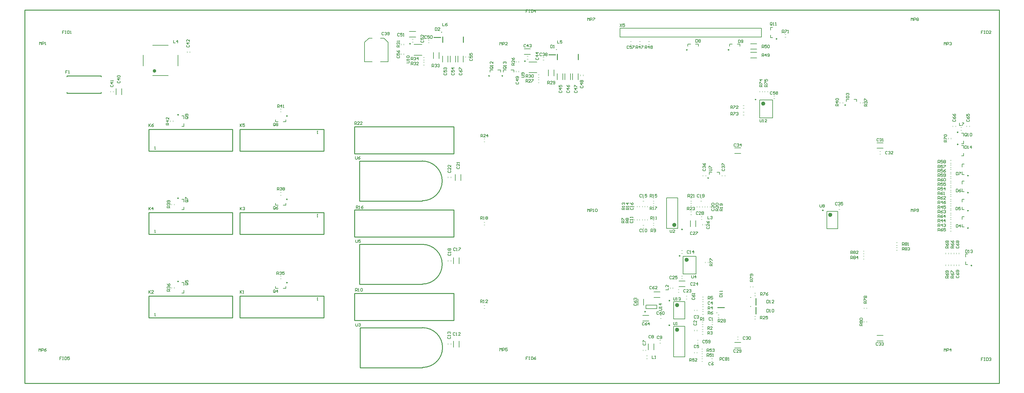
<source format=gto>
G04 Layer_Color=65535*
%FSLAX43Y43*%
%MOMM*%
G71*
G01*
G75*
%ADD31C,0.500*%
%ADD32C,0.250*%
%ADD33C,0.150*%
%ADD36C,0.200*%
%ADD38C,0.254*%
%ADD74C,0.600*%
%ADD75C,0.100*%
D31*
X37500Y89950D02*
G03*
X37500Y89950I-250J0D01*
G01*
D32*
X188250Y36675D02*
G03*
X188250Y36675I-125J0D01*
G01*
X178325Y20625D02*
G03*
X178325Y20625I-125J0D01*
G01*
X137325Y88525D02*
G03*
X137325Y88525I-125J0D01*
G01*
X229400Y49780D02*
G03*
X229400Y49780I-125J0D01*
G01*
X208550Y24700D02*
G03*
X208550Y24700I-50J0D01*
G01*
X210075Y81725D02*
G03*
X210075Y81725I-125J0D01*
G01*
X188950Y44315D02*
G03*
X188950Y44315I-125J0D01*
G01*
X185300Y23780D02*
G03*
X185300Y23780I-125J0D01*
G01*
X110800Y97775D02*
G03*
X110800Y97775I-125J0D01*
G01*
X268150Y72300D02*
G03*
X268150Y72300I-125J0D01*
G01*
X272100Y33900D02*
G03*
X272100Y33900I-125J0D01*
G01*
X152750Y96100D02*
G03*
X152750Y96100I-50J0D01*
G01*
X119750Y101100D02*
G03*
X119750Y101100I-50J0D01*
G01*
X235825Y80125D02*
G03*
X235825Y80125I-125J0D01*
G01*
X271100Y44700D02*
G03*
X271100Y44700I-125J0D01*
G01*
Y49700D02*
G03*
X271100Y49700I-125J0D01*
G01*
Y54900D02*
G03*
X271100Y54900I-125J0D01*
G01*
Y59800D02*
G03*
X271100Y59800I-125J0D01*
G01*
X190325Y96025D02*
G03*
X190325Y96025I-125J0D01*
G01*
X202325D02*
G03*
X202325Y96025I-125J0D01*
G01*
X75425Y28975D02*
G03*
X75425Y28975I-125J0D01*
G01*
X44150Y29300D02*
G03*
X44150Y29300I-125J0D01*
G01*
X75425Y52975D02*
G03*
X75425Y52975I-125J0D01*
G01*
X44150Y53300D02*
G03*
X44150Y53300I-125J0D01*
G01*
X75425Y76975D02*
G03*
X75425Y76975I-125J0D01*
G01*
X44150Y77300D02*
G03*
X44150Y77300I-125J0D01*
G01*
X185300Y16685D02*
G03*
X185300Y16685I-125J0D01*
G01*
X196455Y59095D02*
G03*
X196455Y59095I-125J0D01*
G01*
X143800Y92775D02*
G03*
X143800Y92775I-125J0D01*
G01*
X208550Y22100D02*
G03*
X208550Y22100I-50J0D01*
G01*
X198850Y20300D02*
G03*
X198850Y20300I-50J0D01*
G01*
X216100Y99200D02*
G03*
X216100Y99200I-125J0D01*
G01*
X268150Y68800D02*
G03*
X268150Y68800I-125J0D01*
G01*
X133525Y88525D02*
G03*
X133525Y88525I-125J0D01*
G01*
X210000Y22525D02*
Y24475D01*
X150525Y94600D02*
X152475D01*
X117525Y99600D02*
X119475D01*
X210000Y19925D02*
Y21875D01*
X199025Y21800D02*
X200975D01*
D33*
X42700Y98800D02*
Y98000D01*
X43233D01*
X43900D02*
Y98800D01*
X43500Y98400D01*
X44033D01*
X191600Y31050D02*
Y30383D01*
X191733Y30250D01*
X192000D01*
X192133Y30383D01*
Y31050D01*
X192800Y30250D02*
Y31050D01*
X192400Y30650D01*
X192933D01*
X120026Y103713D02*
Y102913D01*
X120560D01*
X121359Y103713D02*
X121093Y103580D01*
X120826Y103313D01*
Y103047D01*
X120959Y102913D01*
X121226D01*
X121359Y103047D01*
Y103180D01*
X121226Y103313D01*
X120826D01*
X182200Y21000D02*
X182867D01*
X183000Y21133D01*
Y21400D01*
X182867Y21533D01*
X182200D01*
X183000Y21800D02*
Y22066D01*
Y21933D01*
X182200D01*
X182334Y21800D01*
X183000Y22866D02*
X182200D01*
X182600Y22466D01*
Y22999D01*
X138167Y91133D02*
X137634D01*
X137500Y91000D01*
Y90733D01*
X137634Y90600D01*
X138167D01*
X138300Y90733D01*
Y91000D01*
X138033Y90867D02*
X138300Y91133D01*
Y91000D02*
X138167Y91133D01*
X138300Y91400D02*
Y91666D01*
Y91533D01*
X137500D01*
X137634Y91400D01*
Y92066D02*
X137500Y92199D01*
Y92466D01*
X137634Y92599D01*
X137767D01*
X137900Y92466D01*
Y92333D01*
Y92466D01*
X138033Y92599D01*
X138167D01*
X138300Y92466D01*
Y92199D01*
X138167Y92066D01*
X228434Y51491D02*
Y50824D01*
X228567Y50691D01*
X228833D01*
X228967Y50824D01*
Y51491D01*
X229233Y51357D02*
X229367Y51491D01*
X229633D01*
X229766Y51357D01*
Y51224D01*
X229633Y51091D01*
X229766Y50958D01*
Y50824D01*
X229633Y50691D01*
X229367D01*
X229233Y50824D01*
Y50958D01*
X229367Y51091D01*
X229233Y51224D01*
Y51357D01*
X229367Y51091D02*
X229633D01*
X213200Y23900D02*
Y23100D01*
X213600D01*
X213733Y23233D01*
Y23766D01*
X213600Y23900D01*
X213200D01*
X214000Y23100D02*
X214266D01*
X214133D01*
Y23900D01*
X214000Y23766D01*
X215199Y23100D02*
X214666D01*
X215199Y23633D01*
Y23766D01*
X215066Y23900D01*
X214799D01*
X214666Y23766D01*
X240700Y16600D02*
X239900D01*
Y17000D01*
X240034Y17133D01*
X240300D01*
X240433Y17000D01*
Y16600D01*
Y16867D02*
X240700Y17133D01*
X240034Y17400D02*
X239900Y17533D01*
Y17800D01*
X240034Y17933D01*
X240167D01*
X240300Y17800D01*
X240433Y17933D01*
X240567D01*
X240700Y17800D01*
Y17533D01*
X240567Y17400D01*
X240433D01*
X240300Y17533D01*
X240167Y17400D01*
X240034D01*
X240300Y17533D02*
Y17800D01*
X240034Y18199D02*
X239900Y18333D01*
Y18599D01*
X240034Y18733D01*
X240567D01*
X240700Y18599D01*
Y18333D01*
X240567Y18199D01*
X240034D01*
X211200Y76000D02*
Y75333D01*
X211333Y75200D01*
X211600D01*
X211733Y75333D01*
Y76000D01*
X212000Y75200D02*
X212266D01*
X212133D01*
Y76000D01*
X212000Y75866D01*
X213199Y75200D02*
X212666D01*
X213199Y75733D01*
Y75866D01*
X213066Y76000D01*
X212799D01*
X212666Y75866D01*
X12279Y90073D02*
X11746D01*
Y89673D01*
X12013D01*
X11746D01*
Y89274D01*
X12546D02*
X12813D01*
X12679D01*
Y90073D01*
X12546Y89940D01*
X94800Y74500D02*
Y75300D01*
X95200D01*
X95333Y75166D01*
Y74900D01*
X95200Y74767D01*
X94800D01*
X95067D02*
X95333Y74500D01*
X96133D02*
X95600D01*
X96133Y75033D01*
Y75166D01*
X96000Y75300D01*
X95733D01*
X95600Y75166D01*
X96933Y74500D02*
X96399D01*
X96933Y75033D01*
Y75166D01*
X96799Y75300D01*
X96533D01*
X96399Y75166D01*
X196200Y48100D02*
Y47300D01*
X196733D01*
X197000Y47966D02*
X197133Y48100D01*
X197400D01*
X197533Y47966D01*
Y47833D01*
X197400Y47700D01*
X197266D01*
X197400D01*
X197533Y47567D01*
Y47433D01*
X197400Y47300D01*
X197133D01*
X197000Y47433D01*
X103133Y100966D02*
X103000Y101100D01*
X102733D01*
X102600Y100966D01*
Y100433D01*
X102733Y100300D01*
X103000D01*
X103133Y100433D01*
X103400Y100966D02*
X103533Y101100D01*
X103800D01*
X103933Y100966D01*
Y100833D01*
X103800Y100700D01*
X103666D01*
X103800D01*
X103933Y100567D01*
Y100433D01*
X103800Y100300D01*
X103533D01*
X103400Y100433D01*
X104199D02*
X104333Y100300D01*
X104599D01*
X104733Y100433D01*
Y100966D01*
X104599Y101100D01*
X104333D01*
X104199Y100966D01*
Y100833D01*
X104333Y100700D01*
X104733D01*
X171000Y103500D02*
X171533Y102700D01*
Y103500D02*
X171000Y102700D01*
X172333Y103500D02*
X171800D01*
Y103100D01*
X172066Y103233D01*
X172200D01*
X172333Y103100D01*
Y102833D01*
X172200Y102700D01*
X171933D01*
X171800Y102833D01*
X144559Y7588D02*
X144025D01*
Y7188D01*
X144292D01*
X144025D01*
Y6788D01*
X144825Y7588D02*
X145092D01*
X144958D01*
Y6788D01*
X144825D01*
X145092D01*
X145492Y7588D02*
Y6788D01*
X145891D01*
X146025Y6921D01*
Y7454D01*
X145891Y7588D01*
X145492D01*
X146824D02*
X146558Y7454D01*
X146291Y7188D01*
Y6921D01*
X146425Y6788D01*
X146691D01*
X146824Y6921D01*
Y7054D01*
X146691Y7188D01*
X146291D01*
X185400Y44200D02*
Y43533D01*
X185533Y43400D01*
X185800D01*
X185933Y43533D01*
Y44200D01*
X186733Y43400D02*
X186200D01*
X186733Y43933D01*
Y44066D01*
X186600Y44200D01*
X186333D01*
X186200Y44066D01*
X186400Y24700D02*
Y24033D01*
X186533Y23900D01*
X186800D01*
X186933Y24033D01*
Y24700D01*
X187200Y23900D02*
X187466D01*
X187333D01*
Y24700D01*
X187200Y24566D01*
X187866D02*
X187999Y24700D01*
X188266D01*
X188399Y24566D01*
Y24433D01*
X188266Y24300D01*
X188133D01*
X188266D01*
X188399Y24167D01*
Y24033D01*
X188266Y23900D01*
X187999D01*
X187866Y24033D01*
X124934Y89333D02*
X124800Y89200D01*
Y88933D01*
X124934Y88800D01*
X125467D01*
X125600Y88933D01*
Y89200D01*
X125467Y89333D01*
X124800Y90133D02*
X124934Y89866D01*
X125200Y89600D01*
X125467D01*
X125600Y89733D01*
Y90000D01*
X125467Y90133D01*
X125333D01*
X125200Y90000D01*
Y89600D01*
X124800Y90399D02*
Y90933D01*
X124934D01*
X125467Y90399D01*
X125600D01*
X267734Y30933D02*
X267600Y30800D01*
Y30533D01*
X267734Y30400D01*
X268267D01*
X268400Y30533D01*
Y30800D01*
X268267Y30933D01*
X267600Y31733D02*
X267734Y31466D01*
X268000Y31200D01*
X268267D01*
X268400Y31333D01*
Y31600D01*
X268267Y31733D01*
X268133D01*
X268000Y31600D01*
Y31200D01*
X268267Y31999D02*
X268400Y32133D01*
Y32399D01*
X268267Y32533D01*
X267734D01*
X267600Y32399D01*
Y32133D01*
X267734Y31999D01*
X267867D01*
X268000Y32133D01*
Y32533D01*
X95000Y65300D02*
Y64633D01*
X95133Y64500D01*
X95400D01*
X95533Y64633D01*
Y65300D01*
X96333D02*
X96066Y65166D01*
X95800Y64900D01*
Y64633D01*
X95933Y64500D01*
X96200D01*
X96333Y64633D01*
Y64767D01*
X96200Y64900D01*
X95800D01*
X4200Y97500D02*
Y98300D01*
X4467Y98033D01*
X4733Y98300D01*
Y97500D01*
X5000D02*
Y98300D01*
X5400D01*
X5533Y98166D01*
Y97900D01*
X5400Y97767D01*
X5000D01*
X5799Y97500D02*
X6066D01*
X5933D01*
Y98300D01*
X5799Y98166D01*
X161657Y104412D02*
Y105212D01*
X161924Y104945D01*
X162190Y105212D01*
Y104412D01*
X162457D02*
Y105212D01*
X162857D01*
X162990Y105078D01*
Y104812D01*
X162857Y104679D01*
X162457D01*
X163256Y105212D02*
X163790D01*
Y105078D01*
X163256Y104545D01*
Y104412D01*
X211800Y96600D02*
Y97400D01*
X212200D01*
X212333Y97266D01*
Y97000D01*
X212200Y96867D01*
X211800D01*
X212067D02*
X212333Y96600D01*
X213133Y97400D02*
X212600D01*
Y97000D01*
X212866Y97133D01*
X213000D01*
X213133Y97000D01*
Y96733D01*
X213000Y96600D01*
X212733D01*
X212600Y96733D01*
X213399Y97266D02*
X213533Y97400D01*
X213799D01*
X213933Y97266D01*
Y96733D01*
X213799Y96600D01*
X213533D01*
X213399Y96733D01*
Y97266D01*
X109700Y92300D02*
X110367D01*
X110500Y92433D01*
Y92700D01*
X110367Y92833D01*
X109700D01*
X110500Y93100D02*
Y93366D01*
Y93233D01*
X109700D01*
X109834Y93100D01*
Y93766D02*
X109700Y93899D01*
Y94166D01*
X109834Y94299D01*
X110367D01*
X110500Y94166D01*
Y93899D01*
X110367Y93766D01*
X109834D01*
X35622Y74706D02*
Y73907D01*
Y74173D01*
X36155Y74706D01*
X35755Y74306D01*
X36155Y73907D01*
X36955Y74706D02*
X36689Y74573D01*
X36422Y74306D01*
Y74040D01*
X36555Y73907D01*
X36822D01*
X36955Y74040D01*
Y74173D01*
X36822Y74306D01*
X36422D01*
X37300Y67375D02*
X37567D01*
X37433D01*
Y68175D01*
X37300Y68041D01*
X237300Y35800D02*
Y36600D01*
X237700D01*
X237833Y36466D01*
Y36200D01*
X237700Y36067D01*
X237300D01*
X237567D02*
X237833Y35800D01*
X238100Y36466D02*
X238233Y36600D01*
X238500D01*
X238633Y36466D01*
Y36333D01*
X238500Y36200D01*
X238633Y36067D01*
Y35933D01*
X238500Y35800D01*
X238233D01*
X238100Y35933D01*
Y36067D01*
X238233Y36200D01*
X238100Y36333D01*
Y36466D01*
X238233Y36200D02*
X238500D01*
X239299Y35800D02*
Y36600D01*
X238899Y36200D01*
X239433D01*
X252100Y38300D02*
Y39100D01*
X252500D01*
X252633Y38966D01*
Y38700D01*
X252500Y38567D01*
X252100D01*
X252367D02*
X252633Y38300D01*
X252900Y38966D02*
X253033Y39100D01*
X253300D01*
X253433Y38966D01*
Y38833D01*
X253300Y38700D01*
X253433Y38567D01*
Y38433D01*
X253300Y38300D01*
X253033D01*
X252900Y38433D01*
Y38567D01*
X253033Y38700D01*
X252900Y38833D01*
Y38966D01*
X253033Y38700D02*
X253300D01*
X253699Y38966D02*
X253833Y39100D01*
X254099D01*
X254233Y38966D01*
Y38833D01*
X254099Y38700D01*
X253966D01*
X254099D01*
X254233Y38567D01*
Y38433D01*
X254099Y38300D01*
X253833D01*
X253699Y38433D01*
X237300Y37300D02*
Y38100D01*
X237700D01*
X237833Y37966D01*
Y37700D01*
X237700Y37567D01*
X237300D01*
X237567D02*
X237833Y37300D01*
X238100Y37966D02*
X238233Y38100D01*
X238500D01*
X238633Y37966D01*
Y37833D01*
X238500Y37700D01*
X238633Y37567D01*
Y37433D01*
X238500Y37300D01*
X238233D01*
X238100Y37433D01*
Y37567D01*
X238233Y37700D01*
X238100Y37833D01*
Y37966D01*
X238233Y37700D02*
X238500D01*
X239433Y37300D02*
X238899D01*
X239433Y37833D01*
Y37966D01*
X239299Y38100D01*
X239033D01*
X238899Y37966D01*
X252100Y39700D02*
Y40500D01*
X252500D01*
X252633Y40366D01*
Y40100D01*
X252500Y39967D01*
X252100D01*
X252367D02*
X252633Y39700D01*
X252900Y40366D02*
X253033Y40500D01*
X253300D01*
X253433Y40366D01*
Y40233D01*
X253300Y40100D01*
X253433Y39967D01*
Y39833D01*
X253300Y39700D01*
X253033D01*
X252900Y39833D01*
Y39967D01*
X253033Y40100D01*
X252900Y40233D01*
Y40366D01*
X253033Y40100D02*
X253300D01*
X253699Y39700D02*
X253966D01*
X253833D01*
Y40500D01*
X253699Y40366D01*
X213400Y85400D02*
X212600D01*
Y85800D01*
X212734Y85933D01*
X213000D01*
X213133Y85800D01*
Y85400D01*
Y85667D02*
X213400Y85933D01*
X212600Y86200D02*
Y86733D01*
X212734D01*
X213267Y86200D01*
X213400D01*
X212600Y87533D02*
Y86999D01*
X213000D01*
X212867Y87266D01*
Y87399D01*
X213000Y87533D01*
X213267D01*
X213400Y87399D01*
Y87133D01*
X213267Y86999D01*
X211900Y85400D02*
X211100D01*
Y85800D01*
X211234Y85933D01*
X211500D01*
X211633Y85800D01*
Y85400D01*
Y85667D02*
X211900Y85933D01*
X211100Y86200D02*
Y86733D01*
X211234D01*
X211767Y86200D01*
X211900D01*
Y87399D02*
X211100D01*
X211500Y86999D01*
Y87533D01*
X202800Y77200D02*
Y78000D01*
X203200D01*
X203333Y77866D01*
Y77600D01*
X203200Y77467D01*
X202800D01*
X203067D02*
X203333Y77200D01*
X203600Y78000D02*
X204133D01*
Y77866D01*
X203600Y77333D01*
Y77200D01*
X204399Y77866D02*
X204533Y78000D01*
X204799D01*
X204933Y77866D01*
Y77733D01*
X204799Y77600D01*
X204666D01*
X204799D01*
X204933Y77467D01*
Y77333D01*
X204799Y77200D01*
X204533D01*
X204399Y77333D01*
X202800Y79100D02*
Y79900D01*
X203200D01*
X203333Y79766D01*
Y79500D01*
X203200Y79367D01*
X202800D01*
X203067D02*
X203333Y79100D01*
X203600Y79900D02*
X204133D01*
Y79766D01*
X203600Y79233D01*
Y79100D01*
X204933D02*
X204399D01*
X204933Y79633D01*
Y79766D01*
X204799Y79900D01*
X204533D01*
X204399Y79766D01*
X161657Y49421D02*
Y50221D01*
X161924Y49954D01*
X162190Y50221D01*
Y49421D01*
X162457D02*
Y50221D01*
X162857D01*
X162990Y50087D01*
Y49821D01*
X162857Y49688D01*
X162457D01*
X163256Y49421D02*
X163523D01*
X163390D01*
Y50221D01*
X163256Y50087D01*
X163923D02*
X164056Y50221D01*
X164323D01*
X164456Y50087D01*
Y49554D01*
X164323Y49421D01*
X164056D01*
X163923Y49554D01*
Y50087D01*
X254672Y49421D02*
Y50221D01*
X254938Y49954D01*
X255205Y50221D01*
Y49421D01*
X255472D02*
Y50221D01*
X255871D01*
X256005Y50087D01*
Y49821D01*
X255871Y49688D01*
X255472D01*
X256271Y49554D02*
X256405Y49421D01*
X256671D01*
X256804Y49554D01*
Y50087D01*
X256671Y50221D01*
X256405D01*
X256271Y50087D01*
Y49954D01*
X256405Y49821D01*
X256804D01*
X254646Y104412D02*
Y105212D01*
X254913Y104945D01*
X255180Y105212D01*
Y104412D01*
X255446D02*
Y105212D01*
X255846D01*
X255979Y105078D01*
Y104812D01*
X255846Y104679D01*
X255446D01*
X256246Y105078D02*
X256379Y105212D01*
X256646D01*
X256779Y105078D01*
Y104945D01*
X256646Y104812D01*
X256779Y104679D01*
Y104545D01*
X256646Y104412D01*
X256379D01*
X256246Y104545D01*
Y104679D01*
X256379Y104812D01*
X256246Y104945D01*
Y105078D01*
X256379Y104812D02*
X256646D01*
X4000Y9200D02*
Y10000D01*
X4267Y9733D01*
X4533Y10000D01*
Y9200D01*
X4800D02*
Y10000D01*
X5200D01*
X5333Y9866D01*
Y9600D01*
X5200Y9467D01*
X4800D01*
X6133Y10000D02*
X5866Y9866D01*
X5599Y9600D01*
Y9333D01*
X5733Y9200D01*
X5999D01*
X6133Y9333D01*
Y9467D01*
X5999Y9600D01*
X5599D01*
X136500Y9300D02*
Y10100D01*
X136767Y9833D01*
X137033Y10100D01*
Y9300D01*
X137300D02*
Y10100D01*
X137700D01*
X137833Y9966D01*
Y9700D01*
X137700Y9567D01*
X137300D01*
X138633Y10100D02*
X138099D01*
Y9700D01*
X138366Y9833D01*
X138499D01*
X138633Y9700D01*
Y9433D01*
X138499Y9300D01*
X138233D01*
X138099Y9433D01*
X264100Y9200D02*
Y10000D01*
X264367Y9733D01*
X264633Y10000D01*
Y9200D01*
X264900D02*
Y10000D01*
X265300D01*
X265433Y9866D01*
Y9600D01*
X265300Y9467D01*
X264900D01*
X266099Y9200D02*
Y10000D01*
X265699Y9600D01*
X266233D01*
X264100Y97400D02*
Y98200D01*
X264367Y97933D01*
X264633Y98200D01*
Y97400D01*
X264900D02*
Y98200D01*
X265300D01*
X265433Y98066D01*
Y97800D01*
X265300Y97667D01*
X264900D01*
X265699Y98066D02*
X265833Y98200D01*
X266099D01*
X266233Y98066D01*
Y97933D01*
X266099Y97800D01*
X265966D01*
X266099D01*
X266233Y97667D01*
Y97533D01*
X266099Y97400D01*
X265833D01*
X265699Y97533D01*
X136500Y97400D02*
Y98200D01*
X136767Y97933D01*
X137033Y98200D01*
Y97400D01*
X137300D02*
Y98200D01*
X137700D01*
X137833Y98066D01*
Y97800D01*
X137700Y97667D01*
X137300D01*
X138633Y97400D02*
X138099D01*
X138633Y97933D01*
Y98066D01*
X138499Y98200D01*
X138233D01*
X138099Y98066D01*
X264900Y69500D02*
X264100D01*
Y69900D01*
X264234Y70033D01*
X264500D01*
X264633Y69900D01*
Y69500D01*
Y69767D02*
X264900Y70033D01*
X264100Y70300D02*
Y70833D01*
X264234D01*
X264767Y70300D01*
X264900D01*
X264234Y71099D02*
X264100Y71233D01*
Y71499D01*
X264234Y71633D01*
X264767D01*
X264900Y71499D01*
Y71233D01*
X264767Y71099D01*
X264234D01*
X265400Y30300D02*
X264600D01*
Y30700D01*
X264734Y30833D01*
X265000D01*
X265133Y30700D01*
Y30300D01*
Y30567D02*
X265400Y30833D01*
X264600Y31633D02*
X264734Y31366D01*
X265000Y31100D01*
X265267D01*
X265400Y31233D01*
Y31500D01*
X265267Y31633D01*
X265133D01*
X265000Y31500D01*
Y31100D01*
X265267Y31899D02*
X265400Y32033D01*
Y32299D01*
X265267Y32433D01*
X264734D01*
X264600Y32299D01*
Y32033D01*
X264734Y31899D01*
X264867D01*
X265000Y32033D01*
Y32433D01*
X265400Y38900D02*
X264600D01*
Y39300D01*
X264734Y39433D01*
X265000D01*
X265133Y39300D01*
Y38900D01*
Y39167D02*
X265400Y39433D01*
X264600Y40233D02*
X264734Y39966D01*
X265000Y39700D01*
X265267D01*
X265400Y39833D01*
Y40100D01*
X265267Y40233D01*
X265133D01*
X265000Y40100D01*
Y39700D01*
X264734Y40499D02*
X264600Y40633D01*
Y40899D01*
X264734Y41033D01*
X264867D01*
X265000Y40899D01*
X265133Y41033D01*
X265267D01*
X265400Y40899D01*
Y40633D01*
X265267Y40499D01*
X265133D01*
X265000Y40633D01*
X264867Y40499D01*
X264734D01*
X265000Y40633D02*
Y40899D01*
X266900Y30300D02*
X266100D01*
Y30700D01*
X266234Y30833D01*
X266500D01*
X266633Y30700D01*
Y30300D01*
Y30567D02*
X266900Y30833D01*
X266100Y31633D02*
X266234Y31366D01*
X266500Y31100D01*
X266767D01*
X266900Y31233D01*
Y31500D01*
X266767Y31633D01*
X266633D01*
X266500Y31500D01*
Y31100D01*
X266100Y31899D02*
Y32433D01*
X266234D01*
X266767Y31899D01*
X266900D01*
Y38900D02*
X266100D01*
Y39300D01*
X266234Y39433D01*
X266500D01*
X266633Y39300D01*
Y38900D01*
Y39167D02*
X266900Y39433D01*
X266100Y40233D02*
X266234Y39966D01*
X266500Y39700D01*
X266767D01*
X266900Y39833D01*
Y40100D01*
X266767Y40233D01*
X266633D01*
X266500Y40100D01*
Y39700D01*
X266100Y41033D02*
X266234Y40766D01*
X266500Y40499D01*
X266767D01*
X266900Y40633D01*
Y40899D01*
X266767Y41033D01*
X266633D01*
X266500Y40899D01*
Y40499D01*
X270633Y71333D02*
Y71866D01*
X270500Y72000D01*
X270233D01*
X270100Y71866D01*
Y71333D01*
X270233Y71200D01*
X270500D01*
X270367Y71467D02*
X270633Y71200D01*
X270500D02*
X270633Y71333D01*
X270900Y71200D02*
X271166D01*
X271033D01*
Y72000D01*
X270900Y71866D01*
X271566D02*
X271699Y72000D01*
X271966D01*
X272099Y71866D01*
Y71333D01*
X271966Y71200D01*
X271699D01*
X271566Y71333D01*
Y71866D01*
X268500Y75000D02*
Y74200D01*
X269033D01*
X269300Y75000D02*
X269833D01*
Y74866D01*
X269300Y74333D01*
Y74200D01*
X270300Y38400D02*
Y37600D01*
X270700D01*
X270833Y37733D01*
Y38266D01*
X270700Y38400D01*
X270300D01*
X271100Y37600D02*
X271366D01*
X271233D01*
Y38400D01*
X271100Y38266D01*
X271766D02*
X271899Y38400D01*
X272166D01*
X272299Y38266D01*
Y38133D01*
X272166Y38000D01*
X272033D01*
X272166D01*
X272299Y37867D01*
Y37733D01*
X272166Y37600D01*
X271899D01*
X271766Y37733D01*
X266734Y75933D02*
X266600Y75800D01*
Y75533D01*
X266734Y75400D01*
X267267D01*
X267400Y75533D01*
Y75800D01*
X267267Y75933D01*
X266600Y76733D02*
X266734Y76466D01*
X267000Y76200D01*
X267267D01*
X267400Y76333D01*
Y76600D01*
X267267Y76733D01*
X267133D01*
X267000Y76600D01*
Y76200D01*
X266600Y77533D02*
X266734Y77266D01*
X267000Y76999D01*
X267267D01*
X267400Y77133D01*
Y77399D01*
X267267Y77533D01*
X267133D01*
X267000Y77399D01*
Y76999D01*
X270734Y75933D02*
X270600Y75800D01*
Y75533D01*
X270734Y75400D01*
X271267D01*
X271400Y75533D01*
Y75800D01*
X271267Y75933D01*
X270600Y76733D02*
X270734Y76466D01*
X271000Y76200D01*
X271267D01*
X271400Y76333D01*
Y76600D01*
X271267Y76733D01*
X271133D01*
X271000Y76600D01*
Y76200D01*
X270600Y77533D02*
Y76999D01*
X271000D01*
X270867Y77266D01*
Y77399D01*
X271000Y77533D01*
X271267D01*
X271400Y77399D01*
Y77133D01*
X271267Y76999D01*
X197133Y18766D02*
X197000Y18900D01*
X196733D01*
X196600Y18766D01*
Y18233D01*
X196733Y18100D01*
X197000D01*
X197133Y18233D01*
X197400Y18100D02*
X197666D01*
X197533D01*
Y18900D01*
X197400Y18766D01*
X192334Y17233D02*
X192200Y17100D01*
Y16833D01*
X192334Y16700D01*
X192867D01*
X193000Y16833D01*
Y17100D01*
X192867Y17233D01*
X193000Y18033D02*
Y17500D01*
X192467Y18033D01*
X192334D01*
X192200Y17900D01*
Y17633D01*
X192334Y17500D01*
X192833Y19366D02*
X192700Y19500D01*
X192433D01*
X192300Y19366D01*
Y18833D01*
X192433Y18700D01*
X192700D01*
X192833Y18833D01*
X193100Y19366D02*
X193233Y19500D01*
X193500D01*
X193633Y19366D01*
Y19233D01*
X193500Y19100D01*
X193366D01*
X193500D01*
X193633Y18967D01*
Y18833D01*
X193500Y18700D01*
X193233D01*
X193100Y18833D01*
X196833Y23366D02*
X196700Y23500D01*
X196433D01*
X196300Y23366D01*
Y22833D01*
X196433Y22700D01*
X196700D01*
X196833Y22833D01*
X197500Y22700D02*
Y23500D01*
X197100Y23100D01*
X197633D01*
X192833Y10866D02*
X192700Y11000D01*
X192433D01*
X192300Y10866D01*
Y10333D01*
X192433Y10200D01*
X192700D01*
X192833Y10333D01*
X193633Y11000D02*
X193100D01*
Y10600D01*
X193366Y10733D01*
X193500D01*
X193633Y10600D01*
Y10333D01*
X193500Y10200D01*
X193233D01*
X193100Y10333D01*
X197033Y5866D02*
X196900Y6000D01*
X196633D01*
X196500Y5866D01*
Y5333D01*
X196633Y5200D01*
X196900D01*
X197033Y5333D01*
X197833Y6000D02*
X197566Y5866D01*
X197300Y5600D01*
Y5333D01*
X197433Y5200D01*
X197700D01*
X197833Y5333D01*
Y5467D01*
X197700Y5600D01*
X197300D01*
X177734Y11533D02*
X177600Y11400D01*
Y11133D01*
X177734Y11000D01*
X178267D01*
X178400Y11133D01*
Y11400D01*
X178267Y11533D01*
X177600Y11800D02*
Y12333D01*
X177734D01*
X178267Y11800D01*
X178400D01*
X179833Y13666D02*
X179700Y13800D01*
X179433D01*
X179300Y13666D01*
Y13133D01*
X179433Y13000D01*
X179700D01*
X179833Y13133D01*
X180100Y13666D02*
X180233Y13800D01*
X180500D01*
X180633Y13666D01*
Y13533D01*
X180500Y13400D01*
X180633Y13267D01*
Y13133D01*
X180500Y13000D01*
X180233D01*
X180100Y13133D01*
Y13267D01*
X180233Y13400D01*
X180100Y13533D01*
Y13666D01*
X180233Y13400D02*
X180500D01*
X182233Y13466D02*
X182100Y13600D01*
X181833D01*
X181700Y13466D01*
Y12933D01*
X181833Y12800D01*
X182100D01*
X182233Y12933D01*
X182500D02*
X182633Y12800D01*
X182900D01*
X183033Y12933D01*
Y13466D01*
X182900Y13600D01*
X182633D01*
X182500Y13466D01*
Y13333D01*
X182633Y13200D01*
X183033D01*
X177233Y44266D02*
X177100Y44400D01*
X176833D01*
X176700Y44266D01*
Y43733D01*
X176833Y43600D01*
X177100D01*
X177233Y43733D01*
X177500Y43600D02*
X177766D01*
X177633D01*
Y44400D01*
X177500Y44266D01*
X178166D02*
X178299Y44400D01*
X178566D01*
X178699Y44266D01*
Y43733D01*
X178566Y43600D01*
X178299D01*
X178166Y43733D01*
Y44266D01*
X174034Y46733D02*
X173900Y46600D01*
Y46333D01*
X174034Y46200D01*
X174567D01*
X174700Y46333D01*
Y46600D01*
X174567Y46733D01*
X174700Y47000D02*
Y47266D01*
Y47133D01*
X173900D01*
X174034Y47000D01*
X174700Y47666D02*
Y47933D01*
Y47799D01*
X173900D01*
X174034Y47666D01*
X123633Y14466D02*
X123500Y14600D01*
X123233D01*
X123100Y14466D01*
Y13933D01*
X123233Y13800D01*
X123500D01*
X123633Y13933D01*
X123900Y13800D02*
X124166D01*
X124033D01*
Y14600D01*
X123900Y14466D01*
X125099Y13800D02*
X124566D01*
X125099Y14333D01*
Y14466D01*
X124966Y14600D01*
X124699D01*
X124566Y14466D01*
X121634Y13333D02*
X121500Y13200D01*
Y12933D01*
X121634Y12800D01*
X122167D01*
X122300Y12933D01*
Y13200D01*
X122167Y13333D01*
X122300Y13600D02*
Y13866D01*
Y13733D01*
X121500D01*
X121634Y13600D01*
Y14266D02*
X121500Y14399D01*
Y14666D01*
X121634Y14799D01*
X121767D01*
X121900Y14666D01*
Y14533D01*
Y14666D01*
X122033Y14799D01*
X122167D01*
X122300Y14666D01*
Y14399D01*
X122167Y14266D01*
X190833Y38066D02*
X190700Y38200D01*
X190433D01*
X190300Y38066D01*
Y37533D01*
X190433Y37400D01*
X190700D01*
X190833Y37533D01*
X191100Y37400D02*
X191366D01*
X191233D01*
Y38200D01*
X191100Y38066D01*
X192166Y37400D02*
Y38200D01*
X191766Y37800D01*
X192299D01*
X177233Y54266D02*
X177100Y54400D01*
X176833D01*
X176700Y54266D01*
Y53733D01*
X176833Y53600D01*
X177100D01*
X177233Y53733D01*
X177500Y53600D02*
X177766D01*
X177633D01*
Y54400D01*
X177500Y54266D01*
X178699Y54400D02*
X178166D01*
Y54000D01*
X178433Y54133D01*
X178566D01*
X178699Y54000D01*
Y53733D01*
X178566Y53600D01*
X178299D01*
X178166Y53733D01*
X174134Y50533D02*
X174000Y50400D01*
Y50133D01*
X174134Y50000D01*
X174667D01*
X174800Y50133D01*
Y50400D01*
X174667Y50533D01*
X174800Y50800D02*
Y51066D01*
Y50933D01*
X174000D01*
X174134Y50800D01*
X174000Y51999D02*
X174134Y51733D01*
X174400Y51466D01*
X174667D01*
X174800Y51599D01*
Y51866D01*
X174667Y51999D01*
X174533D01*
X174400Y51866D01*
Y51466D01*
X123735Y38835D02*
X123601Y38969D01*
X123335D01*
X123201Y38835D01*
Y38302D01*
X123335Y38169D01*
X123601D01*
X123735Y38302D01*
X124001Y38169D02*
X124268D01*
X124134D01*
Y38969D01*
X124001Y38835D01*
X124668Y38969D02*
X125201D01*
Y38835D01*
X124668Y38302D01*
Y38169D01*
X121734Y37333D02*
X121600Y37200D01*
Y36933D01*
X121734Y36800D01*
X122267D01*
X122400Y36933D01*
Y37200D01*
X122267Y37333D01*
X122400Y37600D02*
Y37866D01*
Y37733D01*
X121600D01*
X121734Y37600D01*
Y38266D02*
X121600Y38399D01*
Y38666D01*
X121734Y38799D01*
X121867D01*
X122000Y38666D01*
X122133Y38799D01*
X122267D01*
X122400Y38666D01*
Y38399D01*
X122267Y38266D01*
X122133D01*
X122000Y38399D01*
X121867Y38266D01*
X121734D01*
X122000Y38399D02*
Y38666D01*
X193733Y54266D02*
X193600Y54400D01*
X193333D01*
X193200Y54266D01*
Y53733D01*
X193333Y53600D01*
X193600D01*
X193733Y53733D01*
X194000Y53600D02*
X194266D01*
X194133D01*
Y54400D01*
X194000Y54266D01*
X194666Y53733D02*
X194799Y53600D01*
X195066D01*
X195199Y53733D01*
Y54266D01*
X195066Y54400D01*
X194799D01*
X194666Y54266D01*
Y54133D01*
X194799Y54000D01*
X195199D01*
X197434Y50233D02*
X197300Y50100D01*
Y49833D01*
X197434Y49700D01*
X197967D01*
X198100Y49833D01*
Y50100D01*
X197967Y50233D01*
X198100Y51033D02*
Y50500D01*
X197567Y51033D01*
X197434D01*
X197300Y50900D01*
Y50633D01*
X197434Y50500D01*
Y51299D02*
X197300Y51433D01*
Y51699D01*
X197434Y51833D01*
X197967D01*
X198100Y51699D01*
Y51433D01*
X197967Y51299D01*
X197434D01*
X124234Y62333D02*
X124100Y62200D01*
Y61933D01*
X124234Y61800D01*
X124767D01*
X124900Y61933D01*
Y62200D01*
X124767Y62333D01*
X124900Y63133D02*
Y62600D01*
X124367Y63133D01*
X124234D01*
X124100Y63000D01*
Y62733D01*
X124234Y62600D01*
X124900Y63399D02*
Y63666D01*
Y63533D01*
X124100D01*
X124234Y63399D01*
X121734Y61233D02*
X121600Y61100D01*
Y60833D01*
X121734Y60700D01*
X122267D01*
X122400Y60833D01*
Y61100D01*
X122267Y61233D01*
X122400Y62033D02*
Y61500D01*
X121867Y62033D01*
X121734D01*
X121600Y61900D01*
Y61633D01*
X121734Y61500D01*
X122400Y62833D02*
Y62299D01*
X121867Y62833D01*
X121734D01*
X121600Y62699D01*
Y62433D01*
X121734Y62299D01*
X189833Y26866D02*
X189700Y27000D01*
X189433D01*
X189300Y26866D01*
Y26333D01*
X189433Y26200D01*
X189700D01*
X189833Y26333D01*
X190633Y26200D02*
X190100D01*
X190633Y26733D01*
Y26866D01*
X190500Y27000D01*
X190233D01*
X190100Y26866D01*
X190899D02*
X191033Y27000D01*
X191299D01*
X191433Y26866D01*
Y26733D01*
X191299Y26600D01*
X191166D01*
X191299D01*
X191433Y26467D01*
Y26333D01*
X191299Y26200D01*
X191033D01*
X190899Y26333D01*
X191833Y28866D02*
X191700Y29000D01*
X191433D01*
X191300Y28866D01*
Y28333D01*
X191433Y28200D01*
X191700D01*
X191833Y28333D01*
X192633Y28200D02*
X192100D01*
X192633Y28733D01*
Y28866D01*
X192500Y29000D01*
X192233D01*
X192100Y28866D01*
X193299Y28200D02*
Y29000D01*
X192899Y28600D01*
X193433D01*
X185833Y30716D02*
X185700Y30850D01*
X185433D01*
X185300Y30716D01*
Y30183D01*
X185433Y30050D01*
X185700D01*
X185833Y30183D01*
X186633Y30050D02*
X186100D01*
X186633Y30583D01*
Y30716D01*
X186500Y30850D01*
X186233D01*
X186100Y30716D01*
X187433Y30850D02*
X186899D01*
Y30450D01*
X187166Y30583D01*
X187299D01*
X187433Y30450D01*
Y30183D01*
X187299Y30050D01*
X187033D01*
X186899Y30183D01*
X196034Y45033D02*
X195900Y44900D01*
Y44633D01*
X196034Y44500D01*
X196567D01*
X196700Y44633D01*
Y44900D01*
X196567Y45033D01*
X196700Y45833D02*
Y45300D01*
X196167Y45833D01*
X196034D01*
X195900Y45700D01*
Y45433D01*
X196034Y45300D01*
X195900Y46633D02*
X196034Y46366D01*
X196300Y46099D01*
X196567D01*
X196700Y46233D01*
Y46499D01*
X196567Y46633D01*
X196433D01*
X196300Y46499D01*
Y46099D01*
X191733Y43466D02*
X191600Y43600D01*
X191333D01*
X191200Y43466D01*
Y42933D01*
X191333Y42800D01*
X191600D01*
X191733Y42933D01*
X192533Y42800D02*
X192000D01*
X192533Y43333D01*
Y43466D01*
X192400Y43600D01*
X192133D01*
X192000Y43466D01*
X192799Y43600D02*
X193333D01*
Y43466D01*
X192799Y42933D01*
Y42800D01*
X193433Y49266D02*
X193300Y49400D01*
X193033D01*
X192900Y49266D01*
Y48733D01*
X193033Y48600D01*
X193300D01*
X193433Y48733D01*
X194233Y48600D02*
X193700D01*
X194233Y49133D01*
Y49266D01*
X194100Y49400D01*
X193833D01*
X193700Y49266D01*
X194499D02*
X194633Y49400D01*
X194899D01*
X195033Y49266D01*
Y49133D01*
X194899Y49000D01*
X195033Y48867D01*
Y48733D01*
X194899Y48600D01*
X194633D01*
X194499Y48733D01*
Y48867D01*
X194633Y49000D01*
X194499Y49133D01*
Y49266D01*
X194633Y49000D02*
X194899D01*
X204233Y9566D02*
X204100Y9700D01*
X203833D01*
X203700Y9566D01*
Y9033D01*
X203833Y8900D01*
X204100D01*
X204233Y9033D01*
X205033Y8900D02*
X204500D01*
X205033Y9433D01*
Y9566D01*
X204900Y9700D01*
X204633D01*
X204500Y9566D01*
X205299Y9033D02*
X205433Y8900D01*
X205699D01*
X205833Y9033D01*
Y9566D01*
X205699Y9700D01*
X205433D01*
X205299Y9566D01*
Y9433D01*
X205433Y9300D01*
X205833D01*
X206933Y13266D02*
X206800Y13400D01*
X206533D01*
X206400Y13266D01*
Y12733D01*
X206533Y12600D01*
X206800D01*
X206933Y12733D01*
X207200Y13266D02*
X207333Y13400D01*
X207600D01*
X207733Y13266D01*
Y13133D01*
X207600Y13000D01*
X207466D01*
X207600D01*
X207733Y12867D01*
Y12733D01*
X207600Y12600D01*
X207333D01*
X207200Y12733D01*
X207999Y13266D02*
X208133Y13400D01*
X208399D01*
X208533Y13266D01*
Y12733D01*
X208399Y12600D01*
X208133D01*
X207999Y12733D01*
Y13266D01*
X245333Y70366D02*
X245200Y70500D01*
X244933D01*
X244800Y70366D01*
Y69833D01*
X244933Y69700D01*
X245200D01*
X245333Y69833D01*
X245600Y70366D02*
X245733Y70500D01*
X246000D01*
X246133Y70366D01*
Y70233D01*
X246000Y70100D01*
X245866D01*
X246000D01*
X246133Y69967D01*
Y69833D01*
X246000Y69700D01*
X245733D01*
X245600Y69833D01*
X246399Y69700D02*
X246666D01*
X246533D01*
Y70500D01*
X246399Y70366D01*
X247833Y66666D02*
X247700Y66800D01*
X247433D01*
X247300Y66666D01*
Y66133D01*
X247433Y66000D01*
X247700D01*
X247833Y66133D01*
X248100Y66666D02*
X248233Y66800D01*
X248500D01*
X248633Y66666D01*
Y66533D01*
X248500Y66400D01*
X248366D01*
X248500D01*
X248633Y66267D01*
Y66133D01*
X248500Y66000D01*
X248233D01*
X248100Y66133D01*
X249433Y66000D02*
X248899D01*
X249433Y66533D01*
Y66666D01*
X249299Y66800D01*
X249033D01*
X248899Y66666D01*
X245133Y11566D02*
X245000Y11700D01*
X244733D01*
X244600Y11566D01*
Y11033D01*
X244733Y10900D01*
X245000D01*
X245133Y11033D01*
X245400Y11566D02*
X245533Y11700D01*
X245800D01*
X245933Y11566D01*
Y11433D01*
X245800Y11300D01*
X245666D01*
X245800D01*
X245933Y11167D01*
Y11033D01*
X245800Y10900D01*
X245533D01*
X245400Y11033D01*
X246199Y11566D02*
X246333Y11700D01*
X246599D01*
X246733Y11566D01*
Y11433D01*
X246599Y11300D01*
X246466D01*
X246599D01*
X246733Y11167D01*
Y11033D01*
X246599Y10900D01*
X246333D01*
X246199Y11033D01*
X204333Y68866D02*
X204200Y69000D01*
X203933D01*
X203800Y68866D01*
Y68333D01*
X203933Y68200D01*
X204200D01*
X204333Y68333D01*
X204600Y68866D02*
X204733Y69000D01*
X205000D01*
X205133Y68866D01*
Y68733D01*
X205000Y68600D01*
X204866D01*
X205000D01*
X205133Y68467D01*
Y68333D01*
X205000Y68200D01*
X204733D01*
X204600Y68333D01*
X205799Y68200D02*
Y69000D01*
X205399Y68600D01*
X205933D01*
X233433Y51966D02*
X233300Y52100D01*
X233033D01*
X232900Y51966D01*
Y51433D01*
X233033Y51300D01*
X233300D01*
X233433Y51433D01*
X233700Y51966D02*
X233833Y52100D01*
X234100D01*
X234233Y51966D01*
Y51833D01*
X234100Y51700D01*
X233966D01*
X234100D01*
X234233Y51567D01*
Y51433D01*
X234100Y51300D01*
X233833D01*
X233700Y51433D01*
X235033Y52100D02*
X234499D01*
Y51700D01*
X234766Y51833D01*
X234899D01*
X235033Y51700D01*
Y51433D01*
X234899Y51300D01*
X234633D01*
X234499Y51433D01*
X194934Y61733D02*
X194800Y61600D01*
Y61333D01*
X194934Y61200D01*
X195467D01*
X195600Y61333D01*
Y61600D01*
X195467Y61733D01*
X194934Y62000D02*
X194800Y62133D01*
Y62400D01*
X194934Y62533D01*
X195067D01*
X195200Y62400D01*
Y62266D01*
Y62400D01*
X195333Y62533D01*
X195467D01*
X195600Y62400D01*
Y62133D01*
X195467Y62000D01*
X194800Y63333D02*
X194934Y63066D01*
X195200Y62799D01*
X195467D01*
X195600Y62933D01*
Y63199D01*
X195467Y63333D01*
X195333D01*
X195200Y63199D01*
Y62799D01*
X200434Y61733D02*
X200300Y61600D01*
Y61333D01*
X200434Y61200D01*
X200967D01*
X201100Y61333D01*
Y61600D01*
X200967Y61733D01*
X200434Y62000D02*
X200300Y62133D01*
Y62400D01*
X200434Y62533D01*
X200567D01*
X200700Y62400D01*
Y62266D01*
Y62400D01*
X200833Y62533D01*
X200967D01*
X201100Y62400D01*
Y62133D01*
X200967Y62000D01*
X200300Y62799D02*
Y63333D01*
X200434D01*
X200967Y62799D01*
X201100D01*
X148533Y94966D02*
X148400Y95100D01*
X148133D01*
X148000Y94966D01*
Y94433D01*
X148133Y94300D01*
X148400D01*
X148533Y94433D01*
X148800Y94966D02*
X148933Y95100D01*
X149200D01*
X149333Y94966D01*
Y94833D01*
X149200Y94700D01*
X149066D01*
X149200D01*
X149333Y94567D01*
Y94433D01*
X149200Y94300D01*
X148933D01*
X148800Y94433D01*
X149599Y94966D02*
X149733Y95100D01*
X149999D01*
X150133Y94966D01*
Y94833D01*
X149999Y94700D01*
X150133Y94567D01*
Y94433D01*
X149999Y94300D01*
X149733D01*
X149599Y94433D01*
Y94567D01*
X149733Y94700D01*
X149599Y94833D01*
Y94966D01*
X149733Y94700D02*
X149999D01*
X26734Y87033D02*
X26600Y86900D01*
Y86633D01*
X26734Y86500D01*
X27267D01*
X27400Y86633D01*
Y86900D01*
X27267Y87033D01*
X27400Y87700D02*
X26600D01*
X27000Y87300D01*
Y87833D01*
X26734Y88099D02*
X26600Y88233D01*
Y88499D01*
X26734Y88633D01*
X27267D01*
X27400Y88499D01*
Y88233D01*
X27267Y88099D01*
X26734D01*
X24734Y85933D02*
X24600Y85800D01*
Y85533D01*
X24734Y85400D01*
X25267D01*
X25400Y85533D01*
Y85800D01*
X25267Y85933D01*
X25400Y86600D02*
X24600D01*
X25000Y86200D01*
Y86733D01*
X25400Y86999D02*
Y87266D01*
Y87133D01*
X24600D01*
X24734Y86999D01*
X46634Y97333D02*
X46500Y97200D01*
Y96933D01*
X46634Y96800D01*
X47167D01*
X47300Y96933D01*
Y97200D01*
X47167Y97333D01*
X47300Y98000D02*
X46500D01*
X46900Y97600D01*
Y98133D01*
X47300Y98933D02*
Y98400D01*
X46767Y98933D01*
X46634D01*
X46500Y98799D01*
Y98533D01*
X46634Y98400D01*
X143933Y97466D02*
X143800Y97600D01*
X143533D01*
X143400Y97466D01*
Y96933D01*
X143533Y96800D01*
X143800D01*
X143933Y96933D01*
X144600Y96800D02*
Y97600D01*
X144200Y97200D01*
X144733D01*
X144999Y97466D02*
X145133Y97600D01*
X145399D01*
X145533Y97466D01*
Y97333D01*
X145399Y97200D01*
X145266D01*
X145399D01*
X145533Y97067D01*
Y96933D01*
X145399Y96800D01*
X145133D01*
X144999Y96933D01*
X146934Y93733D02*
X146800Y93600D01*
Y93333D01*
X146934Y93200D01*
X147467D01*
X147600Y93333D01*
Y93600D01*
X147467Y93733D01*
X147600Y94400D02*
X146800D01*
X147200Y94000D01*
Y94533D01*
X147600Y95199D02*
X146800D01*
X147200Y94799D01*
Y95333D01*
X153634Y84233D02*
X153500Y84100D01*
Y83833D01*
X153634Y83700D01*
X154167D01*
X154300Y83833D01*
Y84100D01*
X154167Y84233D01*
X154300Y84900D02*
X153500D01*
X153900Y84500D01*
Y85033D01*
X153500Y85833D02*
Y85299D01*
X153900D01*
X153767Y85566D01*
Y85699D01*
X153900Y85833D01*
X154167D01*
X154300Y85699D01*
Y85433D01*
X154167Y85299D01*
X155834Y84233D02*
X155700Y84100D01*
Y83833D01*
X155834Y83700D01*
X156367D01*
X156500Y83833D01*
Y84100D01*
X156367Y84233D01*
X156500Y84900D02*
X155700D01*
X156100Y84500D01*
Y85033D01*
X155700Y85833D02*
X155834Y85566D01*
X156100Y85299D01*
X156367D01*
X156500Y85433D01*
Y85699D01*
X156367Y85833D01*
X156233D01*
X156100Y85699D01*
Y85299D01*
X158034Y84233D02*
X157900Y84100D01*
Y83833D01*
X158034Y83700D01*
X158567D01*
X158700Y83833D01*
Y84100D01*
X158567Y84233D01*
X158700Y84900D02*
X157900D01*
X158300Y84500D01*
Y85033D01*
X157900Y85299D02*
Y85833D01*
X158034D01*
X158567Y85299D01*
X158700D01*
X159734Y85633D02*
X159600Y85500D01*
Y85233D01*
X159734Y85100D01*
X160267D01*
X160400Y85233D01*
Y85500D01*
X160267Y85633D01*
X160400Y86300D02*
X159600D01*
X160000Y85900D01*
Y86433D01*
X159734Y86699D02*
X159600Y86833D01*
Y87099D01*
X159734Y87233D01*
X159867D01*
X160000Y87099D01*
X160133Y87233D01*
X160267D01*
X160400Y87099D01*
Y86833D01*
X160267Y86699D01*
X160133D01*
X160000Y86833D01*
X159867Y86699D01*
X159734D01*
X160000Y86833D02*
Y87099D01*
X141234Y86733D02*
X141100Y86600D01*
Y86333D01*
X141234Y86200D01*
X141767D01*
X141900Y86333D01*
Y86600D01*
X141767Y86733D01*
X141900Y87400D02*
X141100D01*
X141500Y87000D01*
Y87533D01*
X141767Y87799D02*
X141900Y87933D01*
Y88199D01*
X141767Y88333D01*
X141234D01*
X141100Y88199D01*
Y87933D01*
X141234Y87799D01*
X141367D01*
X141500Y87933D01*
Y88333D01*
X115433Y99966D02*
X115300Y100100D01*
X115033D01*
X114900Y99966D01*
Y99433D01*
X115033Y99300D01*
X115300D01*
X115433Y99433D01*
X116233Y100100D02*
X115700D01*
Y99700D01*
X115966Y99833D01*
X116100D01*
X116233Y99700D01*
Y99433D01*
X116100Y99300D01*
X115833D01*
X115700Y99433D01*
X116499Y99966D02*
X116633Y100100D01*
X116899D01*
X117033Y99966D01*
Y99433D01*
X116899Y99300D01*
X116633D01*
X116499Y99433D01*
Y99966D01*
X107633Y100666D02*
X107500Y100800D01*
X107233D01*
X107100Y100666D01*
Y100133D01*
X107233Y100000D01*
X107500D01*
X107633Y100133D01*
X108433Y100800D02*
X107900D01*
Y100400D01*
X108166Y100533D01*
X108300D01*
X108433Y100400D01*
Y100133D01*
X108300Y100000D01*
X108033D01*
X107900Y100133D01*
X108699Y100000D02*
X108966D01*
X108833D01*
Y100800D01*
X108699Y100666D01*
X113934Y98733D02*
X113800Y98600D01*
Y98333D01*
X113934Y98200D01*
X114467D01*
X114600Y98333D01*
Y98600D01*
X114467Y98733D01*
X113800Y99533D02*
Y99000D01*
X114200D01*
X114067Y99266D01*
Y99400D01*
X114200Y99533D01*
X114467D01*
X114600Y99400D01*
Y99133D01*
X114467Y99000D01*
X114600Y100333D02*
Y99799D01*
X114067Y100333D01*
X113934D01*
X113800Y100199D01*
Y99933D01*
X113934Y99799D01*
X120534Y89333D02*
X120400Y89200D01*
Y88933D01*
X120534Y88800D01*
X121067D01*
X121200Y88933D01*
Y89200D01*
X121067Y89333D01*
X120400Y90133D02*
Y89600D01*
X120800D01*
X120667Y89866D01*
Y90000D01*
X120800Y90133D01*
X121067D01*
X121200Y90000D01*
Y89733D01*
X121067Y89600D01*
X120534Y90399D02*
X120400Y90533D01*
Y90799D01*
X120534Y90933D01*
X120667D01*
X120800Y90799D01*
Y90666D01*
Y90799D01*
X120933Y90933D01*
X121067D01*
X121200Y90799D01*
Y90533D01*
X121067Y90399D01*
X122734Y89333D02*
X122600Y89200D01*
Y88933D01*
X122734Y88800D01*
X123267D01*
X123400Y88933D01*
Y89200D01*
X123267Y89333D01*
X122600Y90133D02*
Y89600D01*
X123000D01*
X122867Y89866D01*
Y90000D01*
X123000Y90133D01*
X123267D01*
X123400Y90000D01*
Y89733D01*
X123267Y89600D01*
X123400Y90799D02*
X122600D01*
X123000Y90399D01*
Y90933D01*
X127934Y93433D02*
X127800Y93300D01*
Y93033D01*
X127934Y92900D01*
X128467D01*
X128600Y93033D01*
Y93300D01*
X128467Y93433D01*
X127800Y94233D02*
Y93700D01*
X128200D01*
X128067Y93966D01*
Y94100D01*
X128200Y94233D01*
X128467D01*
X128600Y94100D01*
Y93833D01*
X128467Y93700D01*
X127800Y95033D02*
Y94499D01*
X128200D01*
X128067Y94766D01*
Y94899D01*
X128200Y95033D01*
X128467D01*
X128600Y94899D01*
Y94633D01*
X128467Y94499D01*
X107034Y94233D02*
X106900Y94100D01*
Y93833D01*
X107034Y93700D01*
X107567D01*
X107700Y93833D01*
Y94100D01*
X107567Y94233D01*
X106900Y95033D02*
Y94500D01*
X107300D01*
X107167Y94766D01*
Y94900D01*
X107300Y95033D01*
X107567D01*
X107700Y94900D01*
Y94633D01*
X107567Y94500D01*
X106900Y95833D02*
X107034Y95566D01*
X107300Y95299D01*
X107567D01*
X107700Y95433D01*
Y95699D01*
X107567Y95833D01*
X107433D01*
X107300Y95699D01*
Y95299D01*
X173533Y97066D02*
X173400Y97200D01*
X173133D01*
X173000Y97066D01*
Y96533D01*
X173133Y96400D01*
X173400D01*
X173533Y96533D01*
X174333Y97200D02*
X173800D01*
Y96800D01*
X174066Y96933D01*
X174200D01*
X174333Y96800D01*
Y96533D01*
X174200Y96400D01*
X173933D01*
X173800Y96533D01*
X174599Y97200D02*
X175133D01*
Y97066D01*
X174599Y96533D01*
Y96400D01*
X214733Y83866D02*
X214600Y84000D01*
X214333D01*
X214200Y83866D01*
Y83333D01*
X214333Y83200D01*
X214600D01*
X214733Y83333D01*
X215533Y84000D02*
X215000D01*
Y83600D01*
X215266Y83733D01*
X215400D01*
X215533Y83600D01*
Y83333D01*
X215400Y83200D01*
X215133D01*
X215000Y83333D01*
X215799Y83866D02*
X215933Y84000D01*
X216199D01*
X216333Y83866D01*
Y83733D01*
X216199Y83600D01*
X216333Y83467D01*
Y83333D01*
X216199Y83200D01*
X215933D01*
X215799Y83333D01*
Y83467D01*
X215933Y83600D01*
X215799Y83733D01*
Y83866D01*
X215933Y83600D02*
X216199D01*
X151100Y97400D02*
Y96600D01*
X151500D01*
X151633Y96733D01*
Y97266D01*
X151500Y97400D01*
X151100D01*
X151900Y96600D02*
X152166D01*
X152033D01*
Y97400D01*
X151900Y97266D01*
X117900Y102400D02*
Y101600D01*
X118300D01*
X118433Y101733D01*
Y102266D01*
X118300Y102400D01*
X117900D01*
X119233Y101600D02*
X118700D01*
X119233Y102133D01*
Y102266D01*
X119100Y102400D01*
X118833D01*
X118700Y102266D01*
X236000Y82200D02*
X236800D01*
Y82600D01*
X236667Y82733D01*
X236134D01*
X236000Y82600D01*
Y82200D01*
X236134Y83000D02*
X236000Y83133D01*
Y83400D01*
X236134Y83533D01*
X236267D01*
X236400Y83400D01*
Y83266D01*
Y83400D01*
X236534Y83533D01*
X236667D01*
X236800Y83400D01*
Y83133D01*
X236667Y83000D01*
X267600Y45700D02*
Y44900D01*
X268000D01*
X268133Y45033D01*
Y45566D01*
X268000Y45700D01*
X267600D01*
X268800Y44900D02*
Y45700D01*
X268400Y45300D01*
X268933D01*
X267500Y50700D02*
Y49900D01*
X267900D01*
X268033Y50033D01*
Y50566D01*
X267900Y50700D01*
X267500D01*
X268833D02*
X268300D01*
Y50300D01*
X268566Y50433D01*
X268700D01*
X268833Y50300D01*
Y50033D01*
X268700Y49900D01*
X268433D01*
X268300Y50033D01*
X267600Y55900D02*
Y55100D01*
X268000D01*
X268133Y55233D01*
Y55766D01*
X268000Y55900D01*
X267600D01*
X268933D02*
X268666Y55766D01*
X268400Y55500D01*
Y55233D01*
X268533Y55100D01*
X268800D01*
X268933Y55233D01*
Y55367D01*
X268800Y55500D01*
X268400D01*
X267600Y60800D02*
Y60000D01*
X268000D01*
X268133Y60133D01*
Y60666D01*
X268000Y60800D01*
X267600D01*
X268400D02*
X268933D01*
Y60666D01*
X268400Y60133D01*
Y60000D01*
X192800Y99000D02*
Y98200D01*
X193200D01*
X193333Y98333D01*
Y98866D01*
X193200Y99000D01*
X192800D01*
X193600Y98866D02*
X193733Y99000D01*
X194000D01*
X194133Y98866D01*
Y98733D01*
X194000Y98600D01*
X194133Y98467D01*
Y98333D01*
X194000Y98200D01*
X193733D01*
X193600Y98333D01*
Y98467D01*
X193733Y98600D01*
X193600Y98733D01*
Y98866D01*
X193733Y98600D02*
X194000D01*
X205015Y98875D02*
Y98076D01*
X205415D01*
X205548Y98209D01*
Y98742D01*
X205415Y98875D01*
X205015D01*
X205815Y98209D02*
X205948Y98076D01*
X206215D01*
X206348Y98209D01*
Y98742D01*
X206215Y98875D01*
X205948D01*
X205815Y98742D01*
Y98609D01*
X205948Y98475D01*
X206348D01*
X11333Y101500D02*
X10800D01*
Y101100D01*
X11067D01*
X10800D01*
Y100700D01*
X11600Y101500D02*
X11866D01*
X11733D01*
Y100700D01*
X11600D01*
X11866D01*
X12266Y101500D02*
Y100700D01*
X12666D01*
X12799Y100833D01*
Y101366D01*
X12666Y101500D01*
X12266D01*
X13066Y100700D02*
X13333D01*
X13199D01*
Y101500D01*
X13066Y101366D01*
X275333Y101500D02*
X274800D01*
Y101100D01*
X275067D01*
X274800D01*
Y100700D01*
X275600Y101500D02*
X275866D01*
X275733D01*
Y100700D01*
X275600D01*
X275866D01*
X276266Y101500D02*
Y100700D01*
X276666D01*
X276799Y100833D01*
Y101366D01*
X276666Y101500D01*
X276266D01*
X277599Y100700D02*
X277066D01*
X277599Y101233D01*
Y101366D01*
X277466Y101500D01*
X277199D01*
X277066Y101366D01*
X275333Y7300D02*
X274800D01*
Y6900D01*
X275067D01*
X274800D01*
Y6500D01*
X275600Y7300D02*
X275866D01*
X275733D01*
Y6500D01*
X275600D01*
X275866D01*
X276266Y7300D02*
Y6500D01*
X276666D01*
X276799Y6633D01*
Y7166D01*
X276666Y7300D01*
X276266D01*
X277066Y7166D02*
X277199Y7300D01*
X277466D01*
X277599Y7166D01*
Y7033D01*
X277466Y6900D01*
X277333D01*
X277466D01*
X277599Y6767D01*
Y6633D01*
X277466Y6500D01*
X277199D01*
X277066Y6633D01*
X61835Y26700D02*
Y25901D01*
Y26167D01*
X62368Y26700D01*
X61968Y26300D01*
X62368Y25901D01*
X62635D02*
X62901D01*
X62768D01*
Y26700D01*
X62635Y26567D01*
X84200Y24625D02*
X83933D01*
X84067D01*
Y23825D01*
X84200Y23959D01*
X35622Y26700D02*
Y25901D01*
Y26167D01*
X36155Y26700D01*
X35755Y26300D01*
X36155Y25901D01*
X36955D02*
X36422D01*
X36955Y26434D01*
Y26567D01*
X36822Y26700D01*
X36555D01*
X36422Y26567D01*
X37300Y19375D02*
X37567D01*
X37433D01*
Y20175D01*
X37300Y20041D01*
X61835Y50703D02*
Y49904D01*
Y50170D01*
X62368Y50703D01*
X61968Y50303D01*
X62368Y49904D01*
X62635Y50570D02*
X62768Y50703D01*
X63035D01*
X63168Y50570D01*
Y50437D01*
X63035Y50303D01*
X62901D01*
X63035D01*
X63168Y50170D01*
Y50037D01*
X63035Y49904D01*
X62768D01*
X62635Y50037D01*
X84200Y48625D02*
X83933D01*
X84067D01*
Y47825D01*
X84200Y47959D01*
X35622Y50703D02*
Y49904D01*
Y50170D01*
X36155Y50703D01*
X35755Y50303D01*
X36155Y49904D01*
X36822D02*
Y50703D01*
X36422Y50303D01*
X36955D01*
X37300Y43375D02*
X37567D01*
X37433D01*
Y44175D01*
X37300Y44041D01*
X61835Y74706D02*
Y73907D01*
Y74173D01*
X62368Y74706D01*
X61968Y74306D01*
X62368Y73907D01*
X63168Y74706D02*
X62635D01*
Y74306D01*
X62901Y74440D01*
X63035D01*
X63168Y74306D01*
Y74040D01*
X63035Y73907D01*
X62768D01*
X62635Y74040D01*
X84200Y72625D02*
X83933D01*
X84067D01*
Y71825D01*
X84200Y71959D01*
X180200Y7900D02*
Y7100D01*
X180733D01*
X181000D02*
X181266D01*
X181133D01*
Y7900D01*
X181000Y7766D01*
X184100Y26900D02*
X184900D01*
Y27433D01*
Y28233D02*
Y27700D01*
X184367Y28233D01*
X184234D01*
X184100Y28100D01*
Y27833D01*
X184234Y27700D01*
X153021Y98709D02*
Y97910D01*
X153554D01*
X154354Y98709D02*
X153821D01*
Y98309D01*
X154087Y98443D01*
X154221D01*
X154354Y98309D01*
Y98043D01*
X154221Y97910D01*
X153954D01*
X153821Y98043D01*
X199681Y6597D02*
Y7396D01*
X200081D01*
X200214Y7263D01*
Y6996D01*
X200081Y6863D01*
X199681D01*
X201014Y7263D02*
X200880Y7396D01*
X200614D01*
X200481Y7263D01*
Y6730D01*
X200614Y6597D01*
X200880D01*
X201014Y6730D01*
X201280Y7396D02*
Y6597D01*
X201680D01*
X201813Y6730D01*
Y6863D01*
X201680Y6996D01*
X201280D01*
X201680D01*
X201813Y7130D01*
Y7263D01*
X201680Y7396D01*
X201280D01*
X202080Y6597D02*
X202347D01*
X202213D01*
Y7396D01*
X202080Y7263D01*
X71933Y26233D02*
Y26766D01*
X71800Y26900D01*
X71533D01*
X71400Y26766D01*
Y26233D01*
X71533Y26100D01*
X71800D01*
X71667Y26367D02*
X71933Y26100D01*
X71800D02*
X71933Y26233D01*
X72600Y26100D02*
Y26900D01*
X72200Y26500D01*
X72733D01*
X46767Y28833D02*
X46234D01*
X46100Y28700D01*
Y28433D01*
X46234Y28300D01*
X46767D01*
X46900Y28433D01*
Y28700D01*
X46633Y28567D02*
X46900Y28833D01*
Y28700D02*
X46767Y28833D01*
X46100Y29633D02*
Y29100D01*
X46500D01*
X46367Y29366D01*
Y29500D01*
X46500Y29633D01*
X46767D01*
X46900Y29500D01*
Y29233D01*
X46767Y29100D01*
X71933Y50233D02*
Y50766D01*
X71800Y50900D01*
X71533D01*
X71400Y50766D01*
Y50233D01*
X71533Y50100D01*
X71800D01*
X71667Y50367D02*
X71933Y50100D01*
X71800D02*
X71933Y50233D01*
X72733Y50900D02*
X72466Y50766D01*
X72200Y50500D01*
Y50233D01*
X72333Y50100D01*
X72600D01*
X72733Y50233D01*
Y50367D01*
X72600Y50500D01*
X72200D01*
X46767Y52733D02*
X46234D01*
X46100Y52600D01*
Y52333D01*
X46234Y52200D01*
X46767D01*
X46900Y52333D01*
Y52600D01*
X46633Y52467D02*
X46900Y52733D01*
Y52600D02*
X46767Y52733D01*
X46100Y53000D02*
Y53533D01*
X46234D01*
X46767Y53000D01*
X46900D01*
X71933Y74233D02*
Y74766D01*
X71800Y74900D01*
X71533D01*
X71400Y74766D01*
Y74233D01*
X71533Y74100D01*
X71800D01*
X71667Y74367D02*
X71933Y74100D01*
X71800D02*
X71933Y74233D01*
X72200Y74766D02*
X72333Y74900D01*
X72600D01*
X72733Y74766D01*
Y74633D01*
X72600Y74500D01*
X72733Y74367D01*
Y74233D01*
X72600Y74100D01*
X72333D01*
X72200Y74233D01*
Y74367D01*
X72333Y74500D01*
X72200Y74633D01*
Y74766D01*
X72333Y74500D02*
X72600D01*
X46767Y76733D02*
X46234D01*
X46100Y76600D01*
Y76333D01*
X46234Y76200D01*
X46767D01*
X46900Y76333D01*
Y76600D01*
X46633Y76467D02*
X46900Y76733D01*
Y76600D02*
X46767Y76733D01*
Y77000D02*
X46900Y77133D01*
Y77400D01*
X46767Y77533D01*
X46234D01*
X46100Y77400D01*
Y77133D01*
X46234Y77000D01*
X46367D01*
X46500Y77133D01*
Y77533D01*
X194100Y18100D02*
Y18900D01*
X194500D01*
X194633Y18766D01*
Y18500D01*
X194500Y18367D01*
X194100D01*
X194367D02*
X194633Y18100D01*
X194900D02*
X195166D01*
X195033D01*
Y18900D01*
X194900Y18766D01*
X196200Y15500D02*
Y16300D01*
X196600D01*
X196733Y16166D01*
Y15900D01*
X196600Y15767D01*
X196200D01*
X196467D02*
X196733Y15500D01*
X197533D02*
X197000D01*
X197533Y16033D01*
Y16166D01*
X197400Y16300D01*
X197133D01*
X197000Y16166D01*
X196200Y14100D02*
Y14900D01*
X196600D01*
X196733Y14766D01*
Y14500D01*
X196600Y14367D01*
X196200D01*
X196467D02*
X196733Y14100D01*
X197000Y14766D02*
X197133Y14900D01*
X197400D01*
X197533Y14766D01*
Y14633D01*
X197400Y14500D01*
X197266D01*
X197400D01*
X197533Y14367D01*
Y14233D01*
X197400Y14100D01*
X197133D01*
X197000Y14233D01*
X196300Y21300D02*
Y22100D01*
X196700D01*
X196833Y21966D01*
Y21700D01*
X196700Y21567D01*
X196300D01*
X196567D02*
X196833Y21300D01*
X197500D02*
Y22100D01*
X197100Y21700D01*
X197633D01*
X196300Y24200D02*
Y25000D01*
X196700D01*
X196833Y24866D01*
Y24600D01*
X196700Y24467D01*
X196300D01*
X196567D02*
X196833Y24200D01*
X197633Y25000D02*
X197100D01*
Y24600D01*
X197366Y24733D01*
X197500D01*
X197633Y24600D01*
Y24333D01*
X197500Y24200D01*
X197233D01*
X197100Y24333D01*
X196300Y19900D02*
Y20700D01*
X196700D01*
X196833Y20566D01*
Y20300D01*
X196700Y20167D01*
X196300D01*
X196567D02*
X196833Y19900D01*
X197633Y20700D02*
X197366Y20566D01*
X197100Y20300D01*
Y20033D01*
X197233Y19900D01*
X197500D01*
X197633Y20033D01*
Y20167D01*
X197500Y20300D01*
X197100D01*
X172300Y46200D02*
X171500D01*
Y46600D01*
X171634Y46733D01*
X171900D01*
X172033Y46600D01*
Y46200D01*
Y46467D02*
X172300Y46733D01*
X171500Y47000D02*
Y47533D01*
X171634D01*
X172167Y47000D01*
X172300D01*
X173500Y46200D02*
X172700D01*
Y46600D01*
X172834Y46733D01*
X173100D01*
X173233Y46600D01*
Y46200D01*
Y46467D02*
X173500Y46733D01*
X172834Y47000D02*
X172700Y47133D01*
Y47400D01*
X172834Y47533D01*
X172967D01*
X173100Y47400D01*
X173233Y47533D01*
X173367D01*
X173500Y47400D01*
Y47133D01*
X173367Y47000D01*
X173233D01*
X173100Y47133D01*
X172967Y47000D01*
X172834D01*
X173100Y47133D02*
Y47400D01*
X179900Y43600D02*
Y44400D01*
X180300D01*
X180433Y44266D01*
Y44000D01*
X180300Y43867D01*
X179900D01*
X180167D02*
X180433Y43600D01*
X180700Y43733D02*
X180833Y43600D01*
X181100D01*
X181233Y43733D01*
Y44266D01*
X181100Y44400D01*
X180833D01*
X180700Y44266D01*
Y44133D01*
X180833Y44000D01*
X181233D01*
X95000Y26500D02*
Y27300D01*
X95400D01*
X95533Y27166D01*
Y26900D01*
X95400Y26767D01*
X95000D01*
X95267D02*
X95533Y26500D01*
X95800D02*
X96066D01*
X95933D01*
Y27300D01*
X95800Y27166D01*
X96466D02*
X96599Y27300D01*
X96866D01*
X96999Y27166D01*
Y26633D01*
X96866Y26500D01*
X96599D01*
X96466Y26633D01*
Y27166D01*
X179800Y47200D02*
Y48000D01*
X180200D01*
X180333Y47866D01*
Y47600D01*
X180200Y47467D01*
X179800D01*
X180067D02*
X180333Y47200D01*
X180600D02*
X180866D01*
X180733D01*
Y48000D01*
X180600Y47866D01*
X181266Y47200D02*
X181533D01*
X181399D01*
Y48000D01*
X181266Y47866D01*
X130948Y23208D02*
Y24008D01*
X131348D01*
X131482Y23875D01*
Y23608D01*
X131348Y23475D01*
X130948D01*
X131215D02*
X131482Y23208D01*
X131748D02*
X132015D01*
X131881D01*
Y24008D01*
X131748Y23875D01*
X132948Y23208D02*
X132415D01*
X132948Y23741D01*
Y23875D01*
X132814Y24008D01*
X132548D01*
X132415Y23875D01*
X172400Y50000D02*
X171600D01*
Y50400D01*
X171734Y50533D01*
X172000D01*
X172133Y50400D01*
Y50000D01*
Y50267D02*
X172400Y50533D01*
Y50800D02*
Y51066D01*
Y50933D01*
X171600D01*
X171734Y50800D01*
Y51466D02*
X171600Y51599D01*
Y51866D01*
X171734Y51999D01*
X171867D01*
X172000Y51866D01*
Y51733D01*
Y51866D01*
X172133Y51999D01*
X172267D01*
X172400Y51866D01*
Y51599D01*
X172267Y51466D01*
X173600Y50000D02*
X172800D01*
Y50400D01*
X172934Y50533D01*
X173200D01*
X173333Y50400D01*
Y50000D01*
Y50267D02*
X173600Y50533D01*
Y50800D02*
Y51066D01*
Y50933D01*
X172800D01*
X172934Y50800D01*
X173600Y51866D02*
X172800D01*
X173200Y51466D01*
Y51999D01*
X179600Y53600D02*
Y54400D01*
X180000D01*
X180133Y54266D01*
Y54000D01*
X180000Y53867D01*
X179600D01*
X179867D02*
X180133Y53600D01*
X180400D02*
X180666D01*
X180533D01*
Y54400D01*
X180400Y54266D01*
X181599Y54400D02*
X181066D01*
Y54000D01*
X181333Y54133D01*
X181466D01*
X181599Y54000D01*
Y53733D01*
X181466Y53600D01*
X181199D01*
X181066Y53733D01*
X95200Y50300D02*
Y51100D01*
X95600D01*
X95733Y50966D01*
Y50700D01*
X95600Y50567D01*
X95200D01*
X95467D02*
X95733Y50300D01*
X96000D02*
X96266D01*
X96133D01*
Y51100D01*
X96000Y50966D01*
X97199Y51100D02*
X96933Y50966D01*
X96666Y50700D01*
Y50433D01*
X96799Y50300D01*
X97066D01*
X97199Y50433D01*
Y50567D01*
X97066Y50700D01*
X96666D01*
X179600Y50000D02*
Y50800D01*
X180000D01*
X180133Y50666D01*
Y50400D01*
X180000Y50267D01*
X179600D01*
X179867D02*
X180133Y50000D01*
X180400D02*
X180666D01*
X180533D01*
Y50800D01*
X180400Y50666D01*
X181066Y50800D02*
X181599D01*
Y50666D01*
X181066Y50133D01*
Y50000D01*
X130948Y47211D02*
Y48011D01*
X131348D01*
X131482Y47878D01*
Y47611D01*
X131348Y47478D01*
X130948D01*
X131215D02*
X131482Y47211D01*
X131748D02*
X132015D01*
X131881D01*
Y48011D01*
X131748Y47878D01*
X132415D02*
X132548Y48011D01*
X132814D01*
X132948Y47878D01*
Y47744D01*
X132814Y47611D01*
X132948Y47478D01*
Y47344D01*
X132814Y47211D01*
X132548D01*
X132415Y47344D01*
Y47478D01*
X132548Y47611D01*
X132415Y47744D01*
Y47878D01*
X132548Y47611D02*
X132814D01*
X200500Y49700D02*
X199700D01*
Y50100D01*
X199834Y50233D01*
X200100D01*
X200233Y50100D01*
Y49700D01*
Y49967D02*
X200500Y50233D01*
Y50500D02*
Y50766D01*
Y50633D01*
X199700D01*
X199834Y50500D01*
X200367Y51166D02*
X200500Y51299D01*
Y51566D01*
X200367Y51699D01*
X199834D01*
X199700Y51566D01*
Y51299D01*
X199834Y51166D01*
X199967D01*
X200100Y51299D01*
Y51699D01*
X199300Y49700D02*
X198500D01*
Y50100D01*
X198634Y50233D01*
X198900D01*
X199033Y50100D01*
Y49700D01*
Y49967D02*
X199300Y50233D01*
Y51033D02*
Y50500D01*
X198767Y51033D01*
X198634D01*
X198500Y50900D01*
Y50633D01*
X198634Y50500D01*
Y51299D02*
X198500Y51433D01*
Y51699D01*
X198634Y51833D01*
X199167D01*
X199300Y51699D01*
Y51433D01*
X199167Y51299D01*
X198634D01*
X190500Y53600D02*
Y54400D01*
X190900D01*
X191033Y54266D01*
Y54000D01*
X190900Y53867D01*
X190500D01*
X190767D02*
X191033Y53600D01*
X191833D02*
X191300D01*
X191833Y54133D01*
Y54266D01*
X191700Y54400D01*
X191433D01*
X191300Y54266D01*
X192099Y53600D02*
X192366D01*
X192233D01*
Y54400D01*
X192099Y54266D01*
X190300Y49900D02*
Y50700D01*
X190700D01*
X190833Y50566D01*
Y50300D01*
X190700Y50167D01*
X190300D01*
X190567D02*
X190833Y49900D01*
X191633D02*
X191100D01*
X191633Y50433D01*
Y50566D01*
X191500Y50700D01*
X191233D01*
X191100Y50566D01*
X191899D02*
X192033Y50700D01*
X192299D01*
X192433Y50566D01*
Y50433D01*
X192299Y50300D01*
X192166D01*
X192299D01*
X192433Y50167D01*
Y50033D01*
X192299Y49900D01*
X192033D01*
X191899Y50033D01*
X131000Y70900D02*
Y71700D01*
X131400D01*
X131533Y71566D01*
Y71300D01*
X131400Y71167D01*
X131000D01*
X131267D02*
X131533Y70900D01*
X132333D02*
X131800D01*
X132333Y71433D01*
Y71566D01*
X132200Y71700D01*
X131933D01*
X131800Y71566D01*
X132999Y70900D02*
Y71700D01*
X132599Y71300D01*
X133133D01*
X140700Y91600D02*
X139900D01*
Y92000D01*
X140034Y92133D01*
X140300D01*
X140433Y92000D01*
Y91600D01*
Y91867D02*
X140700Y92133D01*
Y92933D02*
Y92400D01*
X140167Y92933D01*
X140034D01*
X139900Y92800D01*
Y92533D01*
X140034Y92400D01*
X139900Y93733D02*
X140034Y93466D01*
X140300Y93199D01*
X140567D01*
X140700Y93333D01*
Y93599D01*
X140567Y93733D01*
X140433D01*
X140300Y93599D01*
Y93199D01*
X144000Y86700D02*
Y87500D01*
X144400D01*
X144533Y87366D01*
Y87100D01*
X144400Y86967D01*
X144000D01*
X144267D02*
X144533Y86700D01*
X145333D02*
X144800D01*
X145333Y87233D01*
Y87366D01*
X145200Y87500D01*
X144933D01*
X144800Y87366D01*
X145599Y87500D02*
X146133D01*
Y87366D01*
X145599Y86833D01*
Y86700D01*
X150200Y86200D02*
Y87000D01*
X150600D01*
X150733Y86866D01*
Y86600D01*
X150600Y86467D01*
X150200D01*
X150467D02*
X150733Y86200D01*
X151533D02*
X151000D01*
X151533Y86733D01*
Y86866D01*
X151400Y87000D01*
X151133D01*
X151000Y86866D01*
X151799Y86333D02*
X151933Y86200D01*
X152199D01*
X152333Y86333D01*
Y86866D01*
X152199Y87000D01*
X151933D01*
X151799Y86866D01*
Y86733D01*
X151933Y86600D01*
X152333D01*
X144000Y88100D02*
Y88900D01*
X144400D01*
X144533Y88766D01*
Y88500D01*
X144400Y88367D01*
X144000D01*
X144267D02*
X144533Y88100D01*
X144800Y88766D02*
X144933Y88900D01*
X145200D01*
X145333Y88766D01*
Y88633D01*
X145200Y88500D01*
X145066D01*
X145200D01*
X145333Y88367D01*
Y88233D01*
X145200Y88100D01*
X144933D01*
X144800Y88233D01*
X145599Y88766D02*
X145733Y88900D01*
X145999D01*
X146133Y88766D01*
Y88233D01*
X145999Y88100D01*
X145733D01*
X145599Y88233D01*
Y88766D01*
X107700Y96800D02*
X106900D01*
Y97200D01*
X107034Y97333D01*
X107300D01*
X107433Y97200D01*
Y96800D01*
Y97067D02*
X107700Y97333D01*
X107034Y97600D02*
X106900Y97733D01*
Y98000D01*
X107034Y98133D01*
X107167D01*
X107300Y98000D01*
Y97866D01*
Y98000D01*
X107433Y98133D01*
X107567D01*
X107700Y98000D01*
Y97733D01*
X107567Y97600D01*
X107700Y98399D02*
Y98666D01*
Y98533D01*
X106900D01*
X107034Y98399D01*
X111000Y91700D02*
Y92500D01*
X111400D01*
X111533Y92366D01*
Y92100D01*
X111400Y91967D01*
X111000D01*
X111267D02*
X111533Y91700D01*
X111800Y92366D02*
X111933Y92500D01*
X112200D01*
X112333Y92366D01*
Y92233D01*
X112200Y92100D01*
X112066D01*
X112200D01*
X112333Y91967D01*
Y91833D01*
X112200Y91700D01*
X111933D01*
X111800Y91833D01*
X113133Y91700D02*
X112599D01*
X113133Y92233D01*
Y92366D01*
X112999Y92500D01*
X112733D01*
X112599Y92366D01*
X117000Y91100D02*
Y91900D01*
X117400D01*
X117533Y91766D01*
Y91500D01*
X117400Y91367D01*
X117000D01*
X117267D02*
X117533Y91100D01*
X117800Y91766D02*
X117933Y91900D01*
X118200D01*
X118333Y91766D01*
Y91633D01*
X118200Y91500D01*
X118066D01*
X118200D01*
X118333Y91367D01*
Y91233D01*
X118200Y91100D01*
X117933D01*
X117800Y91233D01*
X118599Y91766D02*
X118733Y91900D01*
X118999D01*
X119133Y91766D01*
Y91633D01*
X118999Y91500D01*
X118866D01*
X118999D01*
X119133Y91367D01*
Y91233D01*
X118999Y91100D01*
X118733D01*
X118599Y91233D01*
X111000Y93100D02*
Y93900D01*
X111400D01*
X111533Y93766D01*
Y93500D01*
X111400Y93367D01*
X111000D01*
X111267D02*
X111533Y93100D01*
X111800Y93766D02*
X111933Y93900D01*
X112200D01*
X112333Y93766D01*
Y93633D01*
X112200Y93500D01*
X112066D01*
X112200D01*
X112333Y93367D01*
Y93233D01*
X112200Y93100D01*
X111933D01*
X111800Y93233D01*
X112999Y93100D02*
Y93900D01*
X112599Y93500D01*
X113133D01*
X72400Y31300D02*
Y32100D01*
X72800D01*
X72933Y31966D01*
Y31700D01*
X72800Y31567D01*
X72400D01*
X72667D02*
X72933Y31300D01*
X73200Y31966D02*
X73333Y32100D01*
X73600D01*
X73733Y31966D01*
Y31833D01*
X73600Y31700D01*
X73466D01*
X73600D01*
X73733Y31567D01*
Y31433D01*
X73600Y31300D01*
X73333D01*
X73200Y31433D01*
X74533Y32100D02*
X73999D01*
Y31700D01*
X74266Y31833D01*
X74399D01*
X74533Y31700D01*
Y31433D01*
X74399Y31300D01*
X74133D01*
X73999Y31433D01*
X41700Y26500D02*
X40900D01*
Y26900D01*
X41034Y27033D01*
X41300D01*
X41433Y26900D01*
Y26500D01*
Y26767D02*
X41700Y27033D01*
X41034Y27300D02*
X40900Y27433D01*
Y27700D01*
X41034Y27833D01*
X41167D01*
X41300Y27700D01*
Y27566D01*
Y27700D01*
X41433Y27833D01*
X41567D01*
X41700Y27700D01*
Y27433D01*
X41567Y27300D01*
X40900Y28633D02*
X41034Y28366D01*
X41300Y28099D01*
X41567D01*
X41700Y28233D01*
Y28499D01*
X41567Y28633D01*
X41433D01*
X41300Y28499D01*
Y28099D01*
X242000Y79800D02*
X241200D01*
Y80200D01*
X241334Y80333D01*
X241600D01*
X241734Y80200D01*
Y79800D01*
Y80067D02*
X242000Y80333D01*
X241334Y80600D02*
X241200Y80733D01*
Y81000D01*
X241334Y81133D01*
X241467D01*
X241600Y81000D01*
Y80866D01*
Y81000D01*
X241734Y81133D01*
X241867D01*
X242000Y81000D01*
Y80733D01*
X241867Y80600D01*
X241200Y81399D02*
Y81933D01*
X241334D01*
X241867Y81399D01*
X242000D01*
X72500Y55600D02*
Y56400D01*
X72900D01*
X73033Y56266D01*
Y56000D01*
X72900Y55867D01*
X72500D01*
X72767D02*
X73033Y55600D01*
X73300Y56266D02*
X73433Y56400D01*
X73700D01*
X73833Y56266D01*
Y56133D01*
X73700Y56000D01*
X73566D01*
X73700D01*
X73833Y55867D01*
Y55733D01*
X73700Y55600D01*
X73433D01*
X73300Y55733D01*
X74099Y56266D02*
X74233Y56400D01*
X74499D01*
X74633Y56266D01*
Y56133D01*
X74499Y56000D01*
X74633Y55867D01*
Y55733D01*
X74499Y55600D01*
X74233D01*
X74099Y55733D01*
Y55867D01*
X74233Y56000D01*
X74099Y56133D01*
Y56266D01*
X74233Y56000D02*
X74499D01*
X41700Y50500D02*
X40900D01*
Y50900D01*
X41034Y51033D01*
X41300D01*
X41433Y50900D01*
Y50500D01*
Y50767D02*
X41700Y51033D01*
X41034Y51300D02*
X40900Y51433D01*
Y51700D01*
X41034Y51833D01*
X41167D01*
X41300Y51700D01*
Y51566D01*
Y51700D01*
X41433Y51833D01*
X41567D01*
X41700Y51700D01*
Y51433D01*
X41567Y51300D01*
Y52099D02*
X41700Y52233D01*
Y52499D01*
X41567Y52633D01*
X41034D01*
X40900Y52499D01*
Y52233D01*
X41034Y52099D01*
X41167D01*
X41300Y52233D01*
Y52633D01*
X233800Y79900D02*
X233000D01*
Y80300D01*
X233134Y80433D01*
X233400D01*
X233534Y80300D01*
Y79900D01*
Y80167D02*
X233800Y80433D01*
Y81100D02*
X233000D01*
X233400Y80700D01*
Y81233D01*
X233134Y81499D02*
X233000Y81633D01*
Y81899D01*
X233134Y82033D01*
X233667D01*
X233800Y81899D01*
Y81633D01*
X233667Y81499D01*
X233134D01*
X72600Y79400D02*
Y80200D01*
X73000D01*
X73133Y80066D01*
Y79800D01*
X73000Y79667D01*
X72600D01*
X72867D02*
X73133Y79400D01*
X73800D02*
Y80200D01*
X73400Y79800D01*
X73933D01*
X74199Y79400D02*
X74466D01*
X74333D01*
Y80200D01*
X74199Y80066D01*
X41400Y74400D02*
X40600D01*
Y74800D01*
X40734Y74933D01*
X41000D01*
X41133Y74800D01*
Y74400D01*
Y74667D02*
X41400Y74933D01*
Y75600D02*
X40600D01*
X41000Y75200D01*
Y75733D01*
X41400Y76533D02*
Y75999D01*
X40867Y76533D01*
X40734D01*
X40600Y76399D01*
Y76133D01*
X40734Y75999D01*
X262400Y45100D02*
Y45900D01*
X262800D01*
X262933Y45766D01*
Y45500D01*
X262800Y45367D01*
X262400D01*
X262667D02*
X262933Y45100D01*
X263600D02*
Y45900D01*
X263200Y45500D01*
X263733D01*
X263999Y45766D02*
X264133Y45900D01*
X264399D01*
X264533Y45766D01*
Y45633D01*
X264399Y45500D01*
X264266D01*
X264399D01*
X264533Y45367D01*
Y45233D01*
X264399Y45100D01*
X264133D01*
X263999Y45233D01*
X262400Y46400D02*
Y47200D01*
X262800D01*
X262933Y47066D01*
Y46800D01*
X262800Y46667D01*
X262400D01*
X262667D02*
X262933Y46400D01*
X263600D02*
Y47200D01*
X263200Y46800D01*
X263733D01*
X264399Y46400D02*
Y47200D01*
X263999Y46800D01*
X264533D01*
X262400Y50300D02*
Y51100D01*
X262800D01*
X262933Y50966D01*
Y50700D01*
X262800Y50567D01*
X262400D01*
X262667D02*
X262933Y50300D01*
X263600D02*
Y51100D01*
X263200Y50700D01*
X263733D01*
X264533Y51100D02*
X263999D01*
Y50700D01*
X264266Y50833D01*
X264399D01*
X264533Y50700D01*
Y50433D01*
X264399Y50300D01*
X264133D01*
X263999Y50433D01*
X262400Y51700D02*
Y52500D01*
X262800D01*
X262933Y52366D01*
Y52100D01*
X262800Y51967D01*
X262400D01*
X262667D02*
X262933Y51700D01*
X263600D02*
Y52500D01*
X263200Y52100D01*
X263733D01*
X264533Y52500D02*
X264266Y52366D01*
X263999Y52100D01*
Y51833D01*
X264133Y51700D01*
X264399D01*
X264533Y51833D01*
Y51967D01*
X264399Y52100D01*
X263999D01*
X175600Y96400D02*
Y97200D01*
X176000D01*
X176133Y97066D01*
Y96800D01*
X176000Y96667D01*
X175600D01*
X175867D02*
X176133Y96400D01*
X176800D02*
Y97200D01*
X176400Y96800D01*
X176933D01*
X177199Y97200D02*
X177733D01*
Y97066D01*
X177199Y96533D01*
Y96400D01*
X178200D02*
Y97200D01*
X178600D01*
X178733Y97066D01*
Y96800D01*
X178600Y96667D01*
X178200D01*
X178467D02*
X178733Y96400D01*
X179400D02*
Y97200D01*
X179000Y96800D01*
X179533D01*
X179799Y97066D02*
X179933Y97200D01*
X180199D01*
X180333Y97066D01*
Y96933D01*
X180199Y96800D01*
X180333Y96667D01*
Y96533D01*
X180199Y96400D01*
X179933D01*
X179799Y96533D01*
Y96667D01*
X179933Y96800D01*
X179799Y96933D01*
Y97066D01*
X179933Y96800D02*
X180199D01*
X211800Y94100D02*
Y94900D01*
X212200D01*
X212333Y94766D01*
Y94500D01*
X212200Y94367D01*
X211800D01*
X212067D02*
X212333Y94100D01*
X213000D02*
Y94900D01*
X212600Y94500D01*
X213133D01*
X213399Y94233D02*
X213533Y94100D01*
X213799D01*
X213933Y94233D01*
Y94766D01*
X213799Y94900D01*
X213533D01*
X213399Y94766D01*
Y94633D01*
X213533Y94500D01*
X213933D01*
X186400Y17600D02*
Y16933D01*
X186533Y16800D01*
X186800D01*
X186933Y16933D01*
Y17600D01*
X187200Y16800D02*
X187466D01*
X187333D01*
Y17600D01*
X187200Y17466D01*
X95100Y17200D02*
Y16533D01*
X95233Y16400D01*
X95500D01*
X95633Y16533D01*
Y17200D01*
X95900Y17066D02*
X96033Y17200D01*
X96300D01*
X96433Y17066D01*
Y16933D01*
X96300Y16800D01*
X96166D01*
X96300D01*
X96433Y16667D01*
Y16533D01*
X96300Y16400D01*
X96033D01*
X95900Y16533D01*
X95100Y41300D02*
Y40633D01*
X95233Y40500D01*
X95500D01*
X95633Y40633D01*
Y41300D01*
X96433D02*
X95900D01*
Y40900D01*
X96166Y41033D01*
X96300D01*
X96433Y40900D01*
Y40633D01*
X96300Y40500D01*
X96033D01*
X95900Y40633D01*
X196600Y61200D02*
X197267D01*
X197400Y61333D01*
Y61600D01*
X197267Y61733D01*
X196600D01*
Y62000D02*
Y62533D01*
X196734D01*
X197267Y62000D01*
X197400D01*
X142700Y88100D02*
X143367D01*
X143500Y88233D01*
Y88500D01*
X143367Y88633D01*
X142700D01*
X143367Y88900D02*
X143500Y89033D01*
Y89300D01*
X143367Y89433D01*
X142834D01*
X142700Y89300D01*
Y89033D01*
X142834Y88900D01*
X142967D01*
X143100Y89033D01*
Y89433D01*
X195333Y12266D02*
X195200Y12400D01*
X194933D01*
X194800Y12266D01*
Y11733D01*
X194933Y11600D01*
X195200D01*
X195333Y11733D01*
X196133Y12400D02*
X195600D01*
Y12000D01*
X195866Y12133D01*
X196000D01*
X196133Y12000D01*
Y11733D01*
X196000Y11600D01*
X195733D01*
X195600Y11733D01*
X196399D02*
X196533Y11600D01*
X196799D01*
X196933Y11733D01*
Y12266D01*
X196799Y12400D01*
X196533D01*
X196399Y12266D01*
Y12133D01*
X196533Y12000D01*
X196933D01*
X182133Y20466D02*
X182000Y20600D01*
X181733D01*
X181600Y20466D01*
Y19933D01*
X181733Y19800D01*
X182000D01*
X182133Y19933D01*
X182933Y20600D02*
X182666Y20466D01*
X182400Y20200D01*
Y19933D01*
X182533Y19800D01*
X182800D01*
X182933Y19933D01*
Y20067D01*
X182800Y20200D01*
X182400D01*
X183199Y20466D02*
X183333Y20600D01*
X183599D01*
X183733Y20466D01*
Y19933D01*
X183599Y19800D01*
X183333D01*
X183199Y19933D01*
Y20466D01*
X191834Y24633D02*
X191700Y24500D01*
Y24233D01*
X191834Y24100D01*
X192367D01*
X192500Y24233D01*
Y24500D01*
X192367Y24633D01*
X191700Y25433D02*
X191834Y25166D01*
X192100Y24900D01*
X192367D01*
X192500Y25033D01*
Y25300D01*
X192367Y25433D01*
X192233D01*
X192100Y25300D01*
Y24900D01*
X192500Y25699D02*
Y25966D01*
Y25833D01*
X191700D01*
X191834Y25699D01*
X180072Y27786D02*
X179938Y27920D01*
X179672D01*
X179539Y27786D01*
Y27253D01*
X179672Y27120D01*
X179938D01*
X180072Y27253D01*
X180872Y27920D02*
X180605Y27786D01*
X180338Y27520D01*
Y27253D01*
X180472Y27120D01*
X180738D01*
X180872Y27253D01*
Y27386D01*
X180738Y27520D01*
X180338D01*
X181671Y27120D02*
X181138D01*
X181671Y27653D01*
Y27786D01*
X181538Y27920D01*
X181271D01*
X181138Y27786D01*
X175134Y22933D02*
X175000Y22800D01*
Y22533D01*
X175134Y22400D01*
X175667D01*
X175800Y22533D01*
Y22800D01*
X175667Y22933D01*
X175000Y23733D02*
X175134Y23466D01*
X175400Y23200D01*
X175667D01*
X175800Y23333D01*
Y23600D01*
X175667Y23733D01*
X175533D01*
X175400Y23600D01*
Y23200D01*
X175134Y23999D02*
X175000Y24133D01*
Y24399D01*
X175134Y24533D01*
X175267D01*
X175400Y24399D01*
Y24266D01*
Y24399D01*
X175533Y24533D01*
X175667D01*
X175800Y24399D01*
Y24133D01*
X175667Y23999D01*
X177933Y17366D02*
X177800Y17500D01*
X177533D01*
X177400Y17366D01*
Y16833D01*
X177533Y16700D01*
X177800D01*
X177933Y16833D01*
X178733Y17500D02*
X178466Y17366D01*
X178200Y17100D01*
Y16833D01*
X178333Y16700D01*
X178600D01*
X178733Y16833D01*
Y16967D01*
X178600Y17100D01*
X178200D01*
X179399Y16700D02*
Y17500D01*
X178999Y17100D01*
X179533D01*
X213200Y21300D02*
Y20500D01*
X213600D01*
X213733Y20633D01*
Y21166D01*
X213600Y21300D01*
X213200D01*
X214000Y20500D02*
X214266D01*
X214133D01*
Y21300D01*
X214000Y21166D01*
X214666D02*
X214799Y21300D01*
X215066D01*
X215199Y21166D01*
Y20633D01*
X215066Y20500D01*
X214799D01*
X214666Y20633D01*
Y21166D01*
X199600Y24900D02*
X200400D01*
Y25300D01*
X200267Y25433D01*
X199734D01*
X199600Y25300D01*
Y24900D01*
X200400Y25700D02*
Y25966D01*
Y25833D01*
X199600D01*
X199734Y25700D01*
X200400Y26366D02*
Y26633D01*
Y26499D01*
X199600D01*
X199734Y26366D01*
X196000Y7700D02*
Y8500D01*
X196400D01*
X196533Y8366D01*
Y8100D01*
X196400Y7967D01*
X196000D01*
X196267D02*
X196533Y7700D01*
X197333Y8500D02*
X196800D01*
Y8100D01*
X197066Y8233D01*
X197200D01*
X197333Y8100D01*
Y7833D01*
X197200Y7700D01*
X196933D01*
X196800Y7833D01*
X197599Y7700D02*
X197866D01*
X197733D01*
Y8500D01*
X197599Y8366D01*
X191000Y6300D02*
Y7100D01*
X191400D01*
X191533Y6966D01*
Y6700D01*
X191400Y6567D01*
X191000D01*
X191267D02*
X191533Y6300D01*
X192333Y7100D02*
X191800D01*
Y6700D01*
X192066Y6833D01*
X192200D01*
X192333Y6700D01*
Y6433D01*
X192200Y6300D01*
X191933D01*
X191800Y6433D01*
X193133Y6300D02*
X192599D01*
X193133Y6833D01*
Y6966D01*
X192999Y7100D01*
X192733D01*
X192599Y6966D01*
X196000Y9100D02*
Y9900D01*
X196400D01*
X196533Y9766D01*
Y9500D01*
X196400Y9367D01*
X196000D01*
X196267D02*
X196533Y9100D01*
X197333Y9900D02*
X196800D01*
Y9500D01*
X197066Y9633D01*
X197200D01*
X197333Y9500D01*
Y9233D01*
X197200Y9100D01*
X196933D01*
X196800Y9233D01*
X197599Y9766D02*
X197733Y9900D01*
X197999D01*
X198133Y9766D01*
Y9633D01*
X197999Y9500D01*
X197866D01*
X197999D01*
X198133Y9367D01*
Y9233D01*
X197999Y9100D01*
X197733D01*
X197599Y9233D01*
X262400Y55600D02*
Y56400D01*
X262800D01*
X262933Y56266D01*
Y56000D01*
X262800Y55867D01*
X262400D01*
X262667D02*
X262933Y55600D01*
X263733Y56400D02*
X263200D01*
Y56000D01*
X263466Y56133D01*
X263600D01*
X263733Y56000D01*
Y55733D01*
X263600Y55600D01*
X263333D01*
X263200Y55733D01*
X264399Y55600D02*
Y56400D01*
X263999Y56000D01*
X264533D01*
X262400Y56900D02*
Y57700D01*
X262800D01*
X262933Y57566D01*
Y57300D01*
X262800Y57167D01*
X262400D01*
X262667D02*
X262933Y56900D01*
X263733Y57700D02*
X263200D01*
Y57300D01*
X263466Y57433D01*
X263600D01*
X263733Y57300D01*
Y57033D01*
X263600Y56900D01*
X263333D01*
X263200Y57033D01*
X264533Y57700D02*
X263999D01*
Y57300D01*
X264266Y57433D01*
X264399D01*
X264533Y57300D01*
Y57033D01*
X264399Y56900D01*
X264133D01*
X263999Y57033D01*
X262400Y60800D02*
Y61600D01*
X262800D01*
X262933Y61466D01*
Y61200D01*
X262800Y61067D01*
X262400D01*
X262667D02*
X262933Y60800D01*
X263733Y61600D02*
X263200D01*
Y61200D01*
X263466Y61333D01*
X263600D01*
X263733Y61200D01*
Y60933D01*
X263600Y60800D01*
X263333D01*
X263200Y60933D01*
X264533Y61600D02*
X264266Y61466D01*
X263999Y61200D01*
Y60933D01*
X264133Y60800D01*
X264399D01*
X264533Y60933D01*
Y61067D01*
X264399Y61200D01*
X263999D01*
X262400Y62000D02*
Y62800D01*
X262800D01*
X262933Y62666D01*
Y62400D01*
X262800Y62267D01*
X262400D01*
X262667D02*
X262933Y62000D01*
X263733Y62800D02*
X263200D01*
Y62400D01*
X263466Y62533D01*
X263600D01*
X263733Y62400D01*
Y62133D01*
X263600Y62000D01*
X263333D01*
X263200Y62133D01*
X263999Y62800D02*
X264533D01*
Y62666D01*
X263999Y62133D01*
Y62000D01*
X262400Y63400D02*
Y64200D01*
X262800D01*
X262933Y64066D01*
Y63800D01*
X262800Y63667D01*
X262400D01*
X262667D02*
X262933Y63400D01*
X263733Y64200D02*
X263200D01*
Y63800D01*
X263466Y63933D01*
X263600D01*
X263733Y63800D01*
Y63533D01*
X263600Y63400D01*
X263333D01*
X263200Y63533D01*
X263999Y64066D02*
X264133Y64200D01*
X264399D01*
X264533Y64066D01*
Y63933D01*
X264399Y63800D01*
X264533Y63667D01*
Y63533D01*
X264399Y63400D01*
X264133D01*
X263999Y63533D01*
Y63667D01*
X264133Y63800D01*
X263999Y63933D01*
Y64066D01*
X264133Y63800D02*
X264399D01*
X262400Y59500D02*
Y60300D01*
X262800D01*
X262933Y60166D01*
Y59900D01*
X262800Y59767D01*
X262400D01*
X262667D02*
X262933Y59500D01*
X263733Y60300D02*
X263200D01*
Y59900D01*
X263466Y60033D01*
X263600D01*
X263733Y59900D01*
Y59633D01*
X263600Y59500D01*
X263333D01*
X263200Y59633D01*
X263999D02*
X264133Y59500D01*
X264399D01*
X264533Y59633D01*
Y60166D01*
X264399Y60300D01*
X264133D01*
X263999Y60166D01*
Y60033D01*
X264133Y59900D01*
X264533D01*
X262400Y58200D02*
Y59000D01*
X262800D01*
X262933Y58866D01*
Y58600D01*
X262800Y58467D01*
X262400D01*
X262667D02*
X262933Y58200D01*
X263733Y59000D02*
X263466Y58866D01*
X263200Y58600D01*
Y58333D01*
X263333Y58200D01*
X263600D01*
X263733Y58333D01*
Y58467D01*
X263600Y58600D01*
X263200D01*
X263999Y58866D02*
X264133Y59000D01*
X264399D01*
X264533Y58866D01*
Y58333D01*
X264399Y58200D01*
X264133D01*
X263999Y58333D01*
Y58866D01*
X262400Y54300D02*
Y55100D01*
X262800D01*
X262933Y54966D01*
Y54700D01*
X262800Y54567D01*
X262400D01*
X262667D02*
X262933Y54300D01*
X263733Y55100D02*
X263466Y54966D01*
X263200Y54700D01*
Y54433D01*
X263333Y54300D01*
X263600D01*
X263733Y54433D01*
Y54567D01*
X263600Y54700D01*
X263200D01*
X263999Y54300D02*
X264266D01*
X264133D01*
Y55100D01*
X263999Y54966D01*
X262400Y53000D02*
Y53800D01*
X262800D01*
X262933Y53666D01*
Y53400D01*
X262800Y53267D01*
X262400D01*
X262667D02*
X262933Y53000D01*
X263733Y53800D02*
X263466Y53666D01*
X263200Y53400D01*
Y53133D01*
X263333Y53000D01*
X263600D01*
X263733Y53133D01*
Y53267D01*
X263600Y53400D01*
X263200D01*
X264533Y53000D02*
X263999D01*
X264533Y53533D01*
Y53666D01*
X264399Y53800D01*
X264133D01*
X263999Y53666D01*
X262400Y49000D02*
Y49800D01*
X262800D01*
X262933Y49666D01*
Y49400D01*
X262800Y49267D01*
X262400D01*
X262667D02*
X262933Y49000D01*
X263733Y49800D02*
X263466Y49666D01*
X263200Y49400D01*
Y49133D01*
X263333Y49000D01*
X263600D01*
X263733Y49133D01*
Y49267D01*
X263600Y49400D01*
X263200D01*
X263999Y49666D02*
X264133Y49800D01*
X264399D01*
X264533Y49666D01*
Y49533D01*
X264399Y49400D01*
X264266D01*
X264399D01*
X264533Y49267D01*
Y49133D01*
X264399Y49000D01*
X264133D01*
X263999Y49133D01*
X262400Y47700D02*
Y48500D01*
X262800D01*
X262933Y48366D01*
Y48100D01*
X262800Y47967D01*
X262400D01*
X262667D02*
X262933Y47700D01*
X263733Y48500D02*
X263466Y48366D01*
X263200Y48100D01*
Y47833D01*
X263333Y47700D01*
X263600D01*
X263733Y47833D01*
Y47967D01*
X263600Y48100D01*
X263200D01*
X264399Y47700D02*
Y48500D01*
X263999Y48100D01*
X264533D01*
X262400Y43800D02*
Y44600D01*
X262800D01*
X262933Y44466D01*
Y44200D01*
X262800Y44067D01*
X262400D01*
X262667D02*
X262933Y43800D01*
X263733Y44600D02*
X263466Y44466D01*
X263200Y44200D01*
Y43933D01*
X263333Y43800D01*
X263600D01*
X263733Y43933D01*
Y44067D01*
X263600Y44200D01*
X263200D01*
X264533Y44600D02*
X263999D01*
Y44200D01*
X264266Y44333D01*
X264399D01*
X264533Y44200D01*
Y43933D01*
X264399Y43800D01*
X264133D01*
X263999Y43933D01*
X267734Y39433D02*
X267600Y39300D01*
Y39033D01*
X267734Y38900D01*
X268267D01*
X268400Y39033D01*
Y39300D01*
X268267Y39433D01*
X267600Y40233D02*
X267734Y39966D01*
X268000Y39700D01*
X268267D01*
X268400Y39833D01*
Y40100D01*
X268267Y40233D01*
X268133D01*
X268000Y40100D01*
Y39700D01*
X267734Y40499D02*
X267600Y40633D01*
Y40899D01*
X267734Y41033D01*
X267867D01*
X268000Y40899D01*
X268133Y41033D01*
X268267D01*
X268400Y40899D01*
Y40633D01*
X268267Y40499D01*
X268133D01*
X268000Y40633D01*
X267867Y40499D01*
X267734D01*
X268000Y40633D02*
Y40899D01*
X214733Y103233D02*
Y103766D01*
X214600Y103900D01*
X214333D01*
X214200Y103766D01*
Y103233D01*
X214333Y103100D01*
X214600D01*
X214467Y103367D02*
X214733Y103100D01*
X214600D02*
X214733Y103233D01*
X215000Y103100D02*
X215266D01*
X215133D01*
Y103900D01*
X215000Y103766D01*
X215666Y103100D02*
X215933D01*
X215799D01*
Y103900D01*
X215666Y103766D01*
X217600Y100900D02*
Y101700D01*
X218000D01*
X218133Y101566D01*
Y101300D01*
X218000Y101167D01*
X217600D01*
X217867D02*
X218133Y100900D01*
X218400Y101700D02*
X218933D01*
Y101566D01*
X218400Y101033D01*
Y100900D01*
X219199D02*
X219466D01*
X219333D01*
Y101700D01*
X219199Y101566D01*
X270100Y68400D02*
Y67600D01*
X270500D01*
X270633Y67733D01*
Y68266D01*
X270500Y68400D01*
X270100D01*
X270900Y67600D02*
X271166D01*
X271033D01*
Y68400D01*
X270900Y68266D01*
X271966Y67600D02*
Y68400D01*
X271566Y68000D01*
X272099D01*
X144546Y107587D02*
X144013D01*
Y107187D01*
X144279D01*
X144013D01*
Y106788D01*
X144812Y107587D02*
X145079D01*
X144946D01*
Y106788D01*
X144812D01*
X145079D01*
X145479Y107587D02*
Y106788D01*
X145879D01*
X146012Y106921D01*
Y107454D01*
X145879Y107587D01*
X145479D01*
X146678Y106788D02*
Y107587D01*
X146279Y107187D01*
X146812D01*
X10552Y7574D02*
X10019D01*
Y7174D01*
X10286D01*
X10019D01*
Y6774D01*
X10819Y7574D02*
X11085D01*
X10952D01*
Y6774D01*
X10819D01*
X11085D01*
X11485Y7574D02*
Y6774D01*
X11885D01*
X12018Y6908D01*
Y7441D01*
X11885Y7574D01*
X11485D01*
X12818D02*
X12285D01*
Y7174D01*
X12552Y7308D01*
X12685D01*
X12818Y7174D01*
Y6908D01*
X12685Y6774D01*
X12418D01*
X12285Y6908D01*
X134367Y91133D02*
X133834D01*
X133700Y91000D01*
Y90733D01*
X133834Y90600D01*
X134367D01*
X134500Y90733D01*
Y91000D01*
X134233Y90867D02*
X134500Y91133D01*
Y91000D02*
X134367Y91133D01*
X134500Y91400D02*
Y91666D01*
Y91533D01*
X133700D01*
X133834Y91400D01*
X134500Y92599D02*
Y92066D01*
X133967Y92599D01*
X133834D01*
X133700Y92466D01*
Y92199D01*
X133834Y92066D01*
X211300Y18500D02*
Y19300D01*
X211700D01*
X211833Y19166D01*
Y18900D01*
X211700Y18767D01*
X211300D01*
X211567D02*
X211833Y18500D01*
X212633D02*
X212100D01*
X212633Y19033D01*
Y19166D01*
X212500Y19300D01*
X212233D01*
X212100Y19166D01*
X213433Y19300D02*
X212899D01*
Y18900D01*
X213166Y19033D01*
X213299D01*
X213433Y18900D01*
Y18633D01*
X213299Y18500D01*
X213033D01*
X212899Y18633D01*
X199200Y17600D02*
Y18400D01*
X199600D01*
X199733Y18266D01*
Y18000D01*
X199600Y17867D01*
X199200D01*
X199467D02*
X199733Y17600D01*
X200533D02*
X200000D01*
X200533Y18133D01*
Y18266D01*
X200400Y18400D01*
X200133D01*
X200000Y18266D01*
X200799D02*
X200933Y18400D01*
X201199D01*
X201333Y18266D01*
Y18133D01*
X201199Y18000D01*
X201333Y17867D01*
Y17733D01*
X201199Y17600D01*
X200933D01*
X200799Y17733D01*
Y17867D01*
X200933Y18000D01*
X200799Y18133D01*
Y18266D01*
X200933Y18000D02*
X201199D01*
X211400Y25300D02*
Y26100D01*
X211800D01*
X211933Y25966D01*
Y25700D01*
X211800Y25567D01*
X211400D01*
X211667D02*
X211933Y25300D01*
X212200Y26100D02*
X212733D01*
Y25966D01*
X212200Y25433D01*
Y25300D01*
X213533Y26100D02*
X213266Y25966D01*
X212999Y25700D01*
Y25433D01*
X213133Y25300D01*
X213399D01*
X213533Y25433D01*
Y25567D01*
X213399Y25700D01*
X212999D01*
X197600Y33800D02*
X196800D01*
Y34200D01*
X196934Y34333D01*
X197200D01*
X197333Y34200D01*
Y33800D01*
Y34067D02*
X197600Y34333D01*
X196800Y34600D02*
Y35133D01*
X196934D01*
X197467Y34600D01*
X197600D01*
X196800Y35399D02*
Y35933D01*
X196934D01*
X197467Y35399D01*
X197600D01*
X241900Y23000D02*
X241100D01*
Y23400D01*
X241234Y23533D01*
X241500D01*
X241633Y23400D01*
Y23000D01*
Y23267D02*
X241900Y23533D01*
X241100Y23800D02*
Y24333D01*
X241234D01*
X241767Y23800D01*
X241900D01*
X241234Y24599D02*
X241100Y24733D01*
Y24999D01*
X241234Y25133D01*
X241367D01*
X241500Y24999D01*
X241633Y25133D01*
X241767D01*
X241900Y24999D01*
Y24733D01*
X241767Y24599D01*
X241633D01*
X241500Y24733D01*
X241367Y24599D01*
X241234D01*
X241500Y24733D02*
Y24999D01*
X209200Y29300D02*
X208400D01*
Y29700D01*
X208534Y29833D01*
X208800D01*
X208933Y29700D01*
Y29300D01*
Y29567D02*
X209200Y29833D01*
X208400Y30100D02*
Y30633D01*
X208534D01*
X209067Y30100D01*
X209200D01*
X209067Y30899D02*
X209200Y31033D01*
Y31299D01*
X209067Y31433D01*
X208534D01*
X208400Y31299D01*
Y31033D01*
X208534Y30899D01*
X208667D01*
X208800Y31033D01*
Y31433D01*
D36*
X36750Y97350D02*
X41250D01*
X36750Y88650D02*
X41250D01*
X44000Y91450D02*
Y94550D01*
X34000Y91450D02*
Y94550D01*
X189150Y31450D02*
Y36550D01*
X192850Y31450D02*
Y36550D01*
X189150D02*
X192850D01*
X189150Y31450D02*
X192850D01*
X178450Y21500D02*
Y22500D01*
X181550Y21500D02*
Y22500D01*
X178450Y21500D02*
X181550D01*
X178450Y22500D02*
X181550D01*
X137500Y89600D02*
Y90200D01*
X138300D01*
X140500Y89600D02*
Y90200D01*
X139700D02*
X140500D01*
X230400Y44500D02*
X233600D01*
X230400Y49500D02*
X233600D01*
Y44500D02*
Y49500D01*
X230400Y44500D02*
Y49500D01*
X211150Y76450D02*
X214850D01*
X211150Y81550D02*
X214850D01*
Y76450D02*
Y81550D01*
X211150Y76450D02*
Y81550D01*
X97600Y92600D02*
Y98150D01*
Y92600D02*
X99800D01*
X102200D02*
X104400D01*
Y98150D01*
X98850Y99400D02*
X99800D01*
X97600Y98150D02*
X98850Y99400D01*
X103150D02*
X104400Y98150D01*
X102200Y99400D02*
X103150D01*
X170980Y99730D02*
Y102270D01*
Y99730D02*
X211620D01*
Y102270D01*
X170980D02*
X211620D01*
X184400Y53375D02*
X187600D01*
X184400Y44625D02*
X187600D01*
X184400D02*
Y53375D01*
X187600Y44625D02*
Y53375D01*
X186400Y18500D02*
X189600D01*
X186400Y23500D02*
X189600D01*
Y18500D02*
Y23500D01*
X186400Y18500D02*
Y23500D01*
X124400Y92500D02*
Y94300D01*
X126000Y92500D02*
Y94300D01*
X208500Y97800D02*
X210300D01*
X208500Y96200D02*
X210300D01*
X111850Y97550D02*
X114150D01*
X111850Y94450D02*
X114150D01*
X269700Y69000D02*
Y69800D01*
X269100Y69000D02*
X269700D01*
Y71200D02*
Y72000D01*
X269100D02*
X269700D01*
X270300Y36400D02*
Y37200D01*
X270900D01*
X270300Y34200D02*
Y35000D01*
Y34200D02*
X270900D01*
X180700Y9600D02*
Y11400D01*
X179100Y9600D02*
Y11400D01*
X123200Y10400D02*
Y12200D01*
X124800Y10400D02*
Y12200D01*
X123200Y34400D02*
Y36200D01*
X124800Y34400D02*
Y36200D01*
X123700Y58400D02*
Y60200D01*
X125300Y58400D02*
Y60200D01*
X187900Y27800D02*
X189700D01*
X187900Y29400D02*
X189700D01*
X191200Y45100D02*
Y46900D01*
X192800Y45100D02*
Y46900D01*
X203930Y11770D02*
X205730D01*
X203930Y10170D02*
X205730D01*
X244830Y67670D02*
X246630D01*
X244830Y69270D02*
X246630D01*
X244830Y13770D02*
X246630D01*
X244830Y12170D02*
X246630D01*
X203930Y66170D02*
X205730D01*
X203930Y67770D02*
X205730D01*
X26200Y83100D02*
Y84900D01*
X27800Y83100D02*
Y84900D01*
X143500Y94700D02*
X145300D01*
X143500Y96300D02*
X145300D01*
X153000Y87400D02*
Y89200D01*
X154600Y87400D02*
Y89200D01*
X155200Y87400D02*
Y89200D01*
X156800Y87400D02*
Y89200D01*
X157400Y87400D02*
Y89200D01*
X159000Y87400D02*
Y89200D01*
X110500Y99700D02*
X112300D01*
X110500Y101300D02*
X112300D01*
X120000Y92500D02*
Y94300D01*
X121600Y92500D02*
Y94300D01*
X122200Y92500D02*
Y94300D01*
X123800Y92500D02*
Y94300D01*
X236000Y81200D02*
Y81800D01*
X236800D01*
X239000Y81200D02*
Y81800D01*
X238200D02*
X239000D01*
X269300Y45000D02*
X269900D01*
X269300D02*
Y45800D01*
Y48000D02*
X269900D01*
X269300Y47200D02*
Y48000D01*
Y50000D02*
X269900D01*
X269300D02*
Y50800D01*
Y53000D02*
X269900D01*
X269300Y52200D02*
Y53000D01*
Y55200D02*
X269900D01*
X269300D02*
Y56000D01*
Y58200D02*
X269900D01*
X269300Y57400D02*
Y58200D01*
Y60100D02*
X269900D01*
X269300D02*
Y60900D01*
Y63100D02*
X269900D01*
X269300Y62300D02*
Y63100D01*
X190500Y97100D02*
Y97700D01*
X191300D01*
X193500Y97100D02*
Y97700D01*
X192700D02*
X193500D01*
X202500Y97100D02*
Y97700D01*
X203300D01*
X205500Y97100D02*
Y97700D01*
X204700D02*
X205500D01*
X75000Y27300D02*
Y27900D01*
X74200Y27300D02*
X75000D01*
X72000D02*
Y27900D01*
Y27300D02*
X72800D01*
X45100Y29000D02*
X45700D01*
Y28200D02*
Y29000D01*
X45100Y26000D02*
X45700D01*
Y26800D01*
X75000Y51300D02*
Y51900D01*
X74200Y51300D02*
X75000D01*
X72000D02*
Y51900D01*
Y51300D02*
X72800D01*
X45100Y53000D02*
X45700D01*
Y52200D02*
Y53000D01*
X45100Y50000D02*
X45700D01*
Y50800D01*
X75000Y75300D02*
Y75900D01*
X74200Y75300D02*
X75000D01*
X72000D02*
Y75900D01*
Y75300D02*
X72800D01*
X45100Y77000D02*
X45700D01*
Y76200D02*
Y77000D01*
X45100Y74000D02*
X45700D01*
Y74800D01*
X150400Y88500D02*
Y90300D01*
X152000Y88500D02*
Y90300D01*
X117400Y93500D02*
Y95300D01*
X119000Y93500D02*
Y95300D01*
X208500Y95300D02*
X210300D01*
X208500Y93700D02*
X210300D01*
X186400Y7625D02*
X189600D01*
X186400Y16375D02*
X189600D01*
Y7625D02*
Y16375D01*
X186400Y7625D02*
Y16375D01*
X196630Y60170D02*
Y60770D01*
X197430D01*
X199630Y60170D02*
Y60770D01*
X198830D02*
X199630D01*
X144850Y89450D02*
X147150D01*
X144850Y92550D02*
X147150D01*
X180700Y24700D02*
X182500D01*
X180700Y26300D02*
X182500D01*
X176200Y22500D02*
Y24300D01*
X177800Y22500D02*
Y24300D01*
X177500Y19500D02*
X179300D01*
X177500Y17900D02*
X179300D01*
X214300Y99500D02*
X214900D01*
X214300D02*
Y100300D01*
Y102500D02*
X214900D01*
X214300Y101700D02*
Y102500D01*
X269100Y68500D02*
X269700D01*
Y67700D02*
Y68500D01*
X269100Y65500D02*
X269700D01*
Y66300D01*
X133700Y89600D02*
Y90200D01*
X134500D01*
X136700Y89600D02*
Y90200D01*
X135900D02*
X136700D01*
D38*
X114200Y52555D02*
G03*
X114200Y63995I0J5720D01*
G01*
X114300Y4555D02*
G03*
X114300Y15995I0J5720D01*
G01*
X114200Y28555D02*
G03*
X114200Y39995I0J5720D01*
G01*
X120000Y98200D02*
Y99800D01*
X126000Y98200D02*
Y99800D01*
X21900Y83500D02*
Y83750D01*
X12100Y83500D02*
X21900D01*
X12100D02*
Y83750D01*
X21900Y88250D02*
Y88500D01*
X12100D02*
X21900D01*
X12100Y88250D02*
Y88500D01*
X94750Y66100D02*
Y73900D01*
X123250D01*
Y66100D02*
Y73900D01*
X94750Y66100D02*
X123250D01*
X96200Y64000D02*
X114200D01*
X96200Y52500D02*
Y64000D01*
Y52500D02*
X114200D01*
X35600Y73125D02*
X59700D01*
Y66875D02*
Y73125D01*
X35600Y66875D02*
X59700D01*
X35600D02*
Y73125D01*
X85900Y18875D02*
Y25125D01*
X61800D02*
X85900D01*
X61800Y18875D02*
Y25125D01*
Y18875D02*
X85900D01*
X35600Y25125D02*
X59700D01*
Y18875D02*
Y25125D01*
X35600Y18875D02*
X59700D01*
X35600D02*
Y25125D01*
X85900Y42875D02*
Y49125D01*
X61800D02*
X85900D01*
X61800Y42875D02*
Y49125D01*
Y42875D02*
X85900D01*
X35600Y49125D02*
X59700D01*
Y42875D02*
Y49125D01*
X35600Y42875D02*
X59700D01*
X35600D02*
Y49125D01*
X85900Y66875D02*
Y73125D01*
X61800D02*
X85900D01*
X61800Y66875D02*
Y73125D01*
Y66875D02*
X85900D01*
X153000Y93200D02*
Y94800D01*
X159000Y93200D02*
Y94800D01*
X94750Y18100D02*
Y25900D01*
X123250D01*
Y18100D02*
Y25900D01*
X94750Y18100D02*
X123250D01*
X94750Y42100D02*
Y49900D01*
X123250D01*
Y42100D02*
Y49900D01*
X94750Y42100D02*
X123250D01*
X96300Y16000D02*
X114300D01*
X96300Y4500D02*
Y16000D01*
Y4500D02*
X114300D01*
X96200Y40000D02*
X114200D01*
X96200Y28500D02*
X114200D01*
X96200D02*
Y40000D01*
X0Y0D02*
Y107500D01*
X280000D01*
Y0D02*
Y107500D01*
X0Y0D02*
X280000D01*
D74*
X190450Y35550D02*
G03*
X190450Y35550I-300J0D01*
G01*
X231700Y48500D02*
G03*
X231700Y48500I-300J0D01*
G01*
X212450Y80550D02*
G03*
X212450Y80550I-300J0D01*
G01*
X186900Y45600D02*
G03*
X186900Y45600I-300J0D01*
G01*
X187700Y22500D02*
G03*
X187700Y22500I-300J0D01*
G01*
X187700Y15400D02*
G03*
X187700Y15400I-300J0D01*
G01*
D75*
X241100Y17550D02*
Y17850D01*
X241900Y17550D02*
Y17850D01*
X194250Y47200D02*
X194550D01*
X194250Y48000D02*
X194550D01*
X268400Y33850D02*
Y34150D01*
X267600Y33850D02*
Y34150D01*
X240850Y36600D02*
X241150D01*
X240850Y35800D02*
X241150D01*
X250350Y38300D02*
X250650D01*
X250350Y39100D02*
X250650D01*
X240850Y37300D02*
X241150D01*
X240850Y38100D02*
X241150D01*
X250350Y40500D02*
X250650D01*
X250350Y39700D02*
X250650D01*
X212600Y83850D02*
Y84150D01*
X213400Y83850D02*
Y84150D01*
X211100Y83850D02*
Y84150D01*
X211900Y83850D02*
Y84150D01*
X206350Y77300D02*
X206650D01*
X206350Y78100D02*
X206650D01*
X206350Y79200D02*
X206650D01*
X206350Y80000D02*
X206650D01*
X265300Y70350D02*
Y70650D01*
X266100Y70350D02*
Y70650D01*
X264600Y33850D02*
Y34150D01*
X265400Y33850D02*
Y34150D01*
X264600Y37250D02*
Y37550D01*
X265400Y37250D02*
Y37550D01*
X266900Y33850D02*
Y34150D01*
X266100Y33850D02*
Y34150D01*
Y37250D02*
Y37550D01*
X266900Y37250D02*
Y37550D01*
X268850Y73700D02*
X269150D01*
X268850Y72900D02*
X269150D01*
X267400Y73850D02*
Y74150D01*
X266600Y73850D02*
Y74150D01*
X271400Y73850D02*
Y74150D01*
X270600Y73850D02*
Y74150D01*
X197350Y17700D02*
X197650D01*
X197350Y16900D02*
X197650D01*
X193100Y15050D02*
Y15350D01*
X192300Y15050D02*
Y15350D01*
X193100Y20850D02*
Y21150D01*
X192300Y20850D02*
Y21150D01*
X194650Y23500D02*
X194950D01*
X194650Y22700D02*
X194950D01*
X192300Y8650D02*
Y8950D01*
X193100Y8650D02*
Y8950D01*
X197250Y6300D02*
X197550D01*
X197250Y7100D02*
X197550D01*
X177600Y9350D02*
Y9650D01*
X178400Y9350D02*
Y9650D01*
X182350Y11600D02*
X182650D01*
X182350Y12400D02*
X182650D01*
X177550Y45500D02*
X177850D01*
X177550Y44700D02*
X177850D01*
X178900Y46950D02*
Y47250D01*
X178100Y46950D02*
Y47250D01*
X122400Y11150D02*
Y11450D01*
X121600Y11150D02*
Y11450D01*
X188650Y38200D02*
X188950D01*
X188650Y37400D02*
X188950D01*
X177550Y53300D02*
X177850D01*
X177550Y52500D02*
X177850D01*
X178100Y50750D02*
Y51050D01*
X178900Y50750D02*
Y51050D01*
X122400Y35150D02*
Y35450D01*
X121600Y35150D02*
Y35450D01*
X194150Y52500D02*
X194450D01*
X194150Y53300D02*
X194450D01*
X193100Y50650D02*
Y50950D01*
X193900Y50650D02*
Y50950D01*
X122400Y59150D02*
Y59450D01*
X121600Y59150D02*
Y59450D01*
X187650Y27000D02*
X187950D01*
X187650Y26200D02*
X187950D01*
X188650Y30900D02*
X188950D01*
X188650Y30100D02*
X188950D01*
X195500Y45550D02*
Y45850D01*
X194700Y45550D02*
Y45850D01*
X191250Y49400D02*
X191550D01*
X191250Y48600D02*
X191550D01*
X204680Y12570D02*
X204980D01*
X204680Y13370D02*
X204980D01*
X245580Y66770D02*
X245880D01*
X245580Y65970D02*
X245880D01*
X233850Y50100D02*
X234150D01*
X233850Y50900D02*
X234150D01*
X194830Y59620D02*
Y59920D01*
X195630Y59620D02*
Y59920D01*
X200330Y59620D02*
Y59920D01*
X201130Y59620D02*
Y59920D01*
X148850Y93900D02*
X149150D01*
X148850Y93100D02*
X149150D01*
X25400Y83850D02*
Y84150D01*
X24600Y83850D02*
Y84150D01*
X47400Y95250D02*
Y95550D01*
X46600Y95250D02*
Y95550D01*
X144250Y94200D02*
X144550D01*
X144250Y93400D02*
X144550D01*
X160400Y88550D02*
Y88850D01*
X159600Y88550D02*
Y88850D01*
X141900Y89650D02*
Y89950D01*
X141100Y89650D02*
Y89950D01*
X115850Y98900D02*
X116150D01*
X115850Y98100D02*
X116150D01*
X111250Y98300D02*
X111550D01*
X111250Y99100D02*
X111550D01*
X126600Y93850D02*
Y94150D01*
X127400Y93850D02*
Y94150D01*
X108100Y94650D02*
Y94950D01*
X108900Y94650D02*
Y94950D01*
X173950Y98400D02*
X174250D01*
X173950Y97600D02*
X174250D01*
X215150Y82000D02*
X215450D01*
X215150Y82800D02*
X215450D01*
X178550Y7900D02*
X178850D01*
X178550Y7100D02*
X178850D01*
X185400Y27250D02*
Y27550D01*
X186200Y27250D02*
Y27550D01*
X194550Y16900D02*
X194850D01*
X194550Y17700D02*
X194850D01*
X194550Y16300D02*
X194850D01*
X194550Y15500D02*
X194850D01*
X194550Y14900D02*
X194850D01*
X194550Y14100D02*
X194850D01*
X194650Y22100D02*
X194950D01*
X194650Y21300D02*
X194950D01*
X194650Y24100D02*
X194950D01*
X194650Y24900D02*
X194950D01*
X194650Y20700D02*
X194950D01*
X194650Y19900D02*
X194950D01*
X175100Y46950D02*
Y47250D01*
X175900Y46950D02*
Y47250D01*
X177400Y46950D02*
Y47250D01*
X176600Y46950D02*
Y47250D01*
X180450Y45500D02*
X180750D01*
X180450Y44700D02*
X180750D01*
X180450Y46100D02*
X180750D01*
X180450Y46900D02*
X180750D01*
X131850Y22400D02*
X132150D01*
X131850Y21600D02*
X132150D01*
X175900Y50750D02*
Y51050D01*
X175100Y50750D02*
Y51050D01*
X176600Y50750D02*
Y51050D01*
X177400Y50750D02*
Y51050D01*
X180450Y53300D02*
X180750D01*
X180450Y52500D02*
X180750D01*
X180450Y51100D02*
X180750D01*
X180450Y51900D02*
X180750D01*
X131850Y46400D02*
X132150D01*
X131850Y45600D02*
X132150D01*
X196900Y50650D02*
Y50950D01*
X196100Y50650D02*
Y50950D01*
X194600Y50650D02*
Y50950D01*
X195400Y50650D02*
Y50950D01*
X191250Y52500D02*
X191550D01*
X191250Y53300D02*
X191550D01*
X191250Y51900D02*
X191550D01*
X191250Y51100D02*
X191550D01*
X131850Y70400D02*
X132150D01*
X131850Y69600D02*
X132150D01*
X141100Y92450D02*
Y92750D01*
X141900Y92450D02*
Y92750D01*
X147450Y87400D02*
X147750D01*
X147450Y86600D02*
X147750D01*
X147450Y88100D02*
X147750D01*
X147450Y88900D02*
X147750D01*
X108100Y97450D02*
Y97750D01*
X108900Y97450D02*
Y97750D01*
X114450Y92500D02*
X114750D01*
X114450Y91700D02*
X114750D01*
X114450Y93100D02*
X114750D01*
X114450Y93900D02*
X114750D01*
X73350Y30900D02*
X73650D01*
X73350Y30100D02*
X73650D01*
X42100Y27350D02*
Y27650D01*
X42900Y27350D02*
Y27650D01*
X240000Y80650D02*
Y80950D01*
X240800Y80650D02*
Y80950D01*
X73350Y55000D02*
X73650D01*
X73350Y54200D02*
X73650D01*
X42100Y51350D02*
Y51650D01*
X42900Y51350D02*
Y51650D01*
X234200Y80650D02*
Y80950D01*
X235000Y80650D02*
Y80950D01*
X73350Y79000D02*
X73650D01*
X73350Y78200D02*
X73650D01*
X41800Y75350D02*
Y75650D01*
X42600Y75350D02*
Y75650D01*
X265850Y45900D02*
X266150D01*
X265850Y45100D02*
X266150D01*
X265850Y47200D02*
X266150D01*
X265850Y46400D02*
X266150D01*
X265850Y51100D02*
X266150D01*
X265850Y50300D02*
X266150D01*
X265850Y52500D02*
X266150D01*
X265850Y51700D02*
X266150D01*
X176550Y98400D02*
X176850D01*
X176550Y97600D02*
X176850D01*
X179150D02*
X179450D01*
X179150Y98400D02*
X179450D01*
X193150Y12400D02*
X193450D01*
X193150Y11600D02*
X193450D01*
X182550Y18700D02*
X182850D01*
X182550Y19500D02*
X182850D01*
X189950Y24300D02*
X190250D01*
X189950Y25100D02*
X190250D01*
X194450Y8500D02*
X194750D01*
X194450Y7700D02*
X194750D01*
X194450Y6300D02*
X194750D01*
X194450Y7100D02*
X194750D01*
X194450Y9900D02*
X194750D01*
X194450Y9100D02*
X194750D01*
X265850Y56400D02*
X266150D01*
X265850Y55600D02*
X266150D01*
X265850Y57700D02*
X266150D01*
X265850Y56900D02*
X266150D01*
X265850Y61600D02*
X266150D01*
X265850Y60800D02*
X266150D01*
X265850Y62900D02*
X266150D01*
X265850Y62100D02*
X266150D01*
X265850Y63400D02*
X266150D01*
X265850Y64200D02*
X266150D01*
X265850Y59500D02*
X266150D01*
X265850Y60300D02*
X266150D01*
X265850Y58200D02*
X266150D01*
X265850Y59000D02*
X266150D01*
X265850Y54300D02*
X266150D01*
X265850Y55100D02*
X266150D01*
X265850Y53000D02*
X266150D01*
X265850Y53800D02*
X266150D01*
X265850Y49000D02*
X266150D01*
X265850Y49800D02*
X266150D01*
X265850Y47700D02*
X266150D01*
X265850Y48500D02*
X266150D01*
X265850Y43800D02*
X266150D01*
X265850Y44600D02*
X266150D01*
X267600Y37250D02*
Y37550D01*
X268400Y37250D02*
Y37550D01*
X218350Y100500D02*
X218650D01*
X218350Y99700D02*
X218650D01*
X209650Y19300D02*
X209950D01*
X209650Y18500D02*
X209950D01*
X199150Y18900D02*
X199450D01*
X199150Y19700D02*
X199450D01*
X209650Y26000D02*
X209950D01*
X209650Y25200D02*
X209950D01*
X196300Y34650D02*
Y34950D01*
X195500Y34650D02*
Y34950D01*
X241900Y21450D02*
Y21750D01*
X241100Y21450D02*
Y21750D01*
X208400Y27650D02*
Y27950D01*
X209200Y27650D02*
Y27950D01*
M02*

</source>
